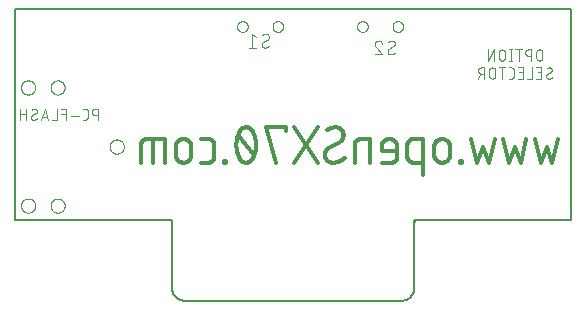
<source format=gbo>
G75*
%MOIN*%
%OFA0B0*%
%FSLAX25Y25*%
%IPPOS*%
%LPD*%
%AMOC8*
5,1,8,0,0,1.08239X$1,22.5*
%
%ADD10C,0.00004*%
%ADD11C,0.00600*%
%ADD12C,0.01200*%
%ADD13C,0.00400*%
%ADD14C,0.00300*%
%ADD15C,0.00000*%
D10*
X0145979Y0053933D02*
X0145891Y0054433D01*
D11*
X0065091Y0054433D02*
X0065091Y0032433D01*
X0065079Y0032301D01*
X0065072Y0032169D01*
X0065068Y0032036D01*
X0065069Y0031904D01*
X0065073Y0031771D01*
X0065081Y0031639D01*
X0065093Y0031507D01*
X0065109Y0031375D01*
X0065129Y0031244D01*
X0065153Y0031114D01*
X0065181Y0030984D01*
X0065212Y0030855D01*
X0065248Y0030727D01*
X0065287Y0030601D01*
X0065330Y0030475D01*
X0065376Y0030351D01*
X0065426Y0030229D01*
X0065480Y0030107D01*
X0065538Y0029988D01*
X0065598Y0029870D01*
X0065663Y0029754D01*
X0065731Y0029640D01*
X0065802Y0029528D01*
X0065876Y0029419D01*
X0065954Y0029311D01*
X0066034Y0029206D01*
X0066118Y0029103D01*
X0066205Y0029003D01*
X0066295Y0028906D01*
X0066387Y0028811D01*
X0066483Y0028719D01*
X0066581Y0028630D01*
X0066682Y0028543D01*
X0066785Y0028460D01*
X0066890Y0028380D01*
X0066998Y0028303D01*
X0067108Y0028229D01*
X0067221Y0028159D01*
X0067335Y0028092D01*
X0067451Y0028028D01*
X0067570Y0027968D01*
X0067689Y0027911D01*
X0067811Y0027858D01*
X0067934Y0027809D01*
X0068058Y0027763D01*
X0068184Y0027721D01*
X0068311Y0027682D01*
X0068439Y0027648D01*
X0068568Y0027617D01*
X0068698Y0027590D01*
X0068828Y0027567D01*
X0068959Y0027548D01*
X0069091Y0027533D01*
X0141891Y0027533D01*
X0142023Y0027548D01*
X0142154Y0027567D01*
X0142284Y0027590D01*
X0142414Y0027617D01*
X0142543Y0027648D01*
X0142671Y0027682D01*
X0142798Y0027721D01*
X0142924Y0027763D01*
X0143048Y0027809D01*
X0143171Y0027858D01*
X0143293Y0027911D01*
X0143412Y0027968D01*
X0143531Y0028028D01*
X0143647Y0028092D01*
X0143761Y0028159D01*
X0143874Y0028229D01*
X0143984Y0028303D01*
X0144092Y0028380D01*
X0144197Y0028460D01*
X0144300Y0028543D01*
X0144401Y0028630D01*
X0144499Y0028719D01*
X0144595Y0028811D01*
X0144687Y0028906D01*
X0144777Y0029003D01*
X0144864Y0029103D01*
X0144948Y0029206D01*
X0145028Y0029311D01*
X0145106Y0029419D01*
X0145180Y0029528D01*
X0145251Y0029640D01*
X0145319Y0029754D01*
X0145384Y0029870D01*
X0145444Y0029988D01*
X0145502Y0030107D01*
X0145556Y0030229D01*
X0145606Y0030351D01*
X0145652Y0030475D01*
X0145695Y0030601D01*
X0145734Y0030727D01*
X0145770Y0030855D01*
X0145801Y0030984D01*
X0145829Y0031114D01*
X0145853Y0031244D01*
X0145873Y0031375D01*
X0145889Y0031507D01*
X0145901Y0031639D01*
X0145909Y0031771D01*
X0145913Y0031904D01*
X0145914Y0032036D01*
X0145910Y0032169D01*
X0145903Y0032301D01*
X0145891Y0032433D01*
X0145891Y0054433D01*
X0198241Y0054433D01*
X0198241Y0124933D01*
X0012741Y0124933D01*
X0012741Y0054433D01*
X0065091Y0054433D01*
D12*
X0062643Y0073533D02*
X0062643Y0081400D01*
X0056743Y0081400D01*
X0058709Y0081400D02*
X0058709Y0073533D01*
X0054776Y0073533D02*
X0054776Y0079433D01*
X0054778Y0079519D01*
X0054783Y0079604D01*
X0054793Y0079690D01*
X0054806Y0079775D01*
X0054823Y0079859D01*
X0054843Y0079942D01*
X0054867Y0080024D01*
X0054895Y0080106D01*
X0054926Y0080186D01*
X0054960Y0080264D01*
X0054998Y0080341D01*
X0055040Y0080417D01*
X0055084Y0080490D01*
X0055132Y0080561D01*
X0055182Y0080630D01*
X0055236Y0080697D01*
X0055293Y0080762D01*
X0055352Y0080824D01*
X0055414Y0080883D01*
X0055479Y0080940D01*
X0055546Y0080994D01*
X0055615Y0081044D01*
X0055686Y0081092D01*
X0055760Y0081136D01*
X0055835Y0081178D01*
X0055912Y0081216D01*
X0055990Y0081250D01*
X0056070Y0081281D01*
X0056152Y0081309D01*
X0056234Y0081333D01*
X0056317Y0081353D01*
X0056401Y0081370D01*
X0056486Y0081383D01*
X0056572Y0081393D01*
X0056657Y0081398D01*
X0056743Y0081400D01*
X0066361Y0078778D02*
X0066361Y0076155D01*
X0066362Y0076155D02*
X0066364Y0076053D01*
X0066370Y0075952D01*
X0066380Y0075851D01*
X0066393Y0075750D01*
X0066411Y0075650D01*
X0066433Y0075550D01*
X0066458Y0075452D01*
X0066487Y0075354D01*
X0066520Y0075258D01*
X0066557Y0075163D01*
X0066597Y0075070D01*
X0066641Y0074978D01*
X0066688Y0074888D01*
X0066739Y0074800D01*
X0066793Y0074714D01*
X0066851Y0074630D01*
X0066912Y0074549D01*
X0066975Y0074470D01*
X0067042Y0074393D01*
X0067112Y0074319D01*
X0067185Y0074248D01*
X0067260Y0074179D01*
X0067338Y0074114D01*
X0067418Y0074052D01*
X0067501Y0073993D01*
X0067586Y0073937D01*
X0067673Y0073884D01*
X0067762Y0073835D01*
X0067853Y0073790D01*
X0067945Y0073747D01*
X0068040Y0073709D01*
X0068135Y0073674D01*
X0068232Y0073643D01*
X0068330Y0073616D01*
X0068429Y0073592D01*
X0068529Y0073573D01*
X0068629Y0073557D01*
X0068730Y0073545D01*
X0068832Y0073537D01*
X0068933Y0073533D01*
X0069035Y0073533D01*
X0069136Y0073537D01*
X0069238Y0073545D01*
X0069339Y0073557D01*
X0069439Y0073573D01*
X0069539Y0073592D01*
X0069638Y0073616D01*
X0069736Y0073643D01*
X0069833Y0073674D01*
X0069928Y0073709D01*
X0070023Y0073747D01*
X0070115Y0073790D01*
X0070206Y0073835D01*
X0070295Y0073884D01*
X0070382Y0073937D01*
X0070467Y0073993D01*
X0070550Y0074052D01*
X0070630Y0074114D01*
X0070708Y0074179D01*
X0070783Y0074248D01*
X0070856Y0074319D01*
X0070926Y0074393D01*
X0070993Y0074470D01*
X0071056Y0074549D01*
X0071117Y0074630D01*
X0071175Y0074714D01*
X0071229Y0074800D01*
X0071280Y0074888D01*
X0071327Y0074978D01*
X0071371Y0075070D01*
X0071411Y0075163D01*
X0071448Y0075258D01*
X0071481Y0075354D01*
X0071510Y0075452D01*
X0071535Y0075550D01*
X0071557Y0075650D01*
X0071575Y0075750D01*
X0071588Y0075851D01*
X0071598Y0075952D01*
X0071604Y0076053D01*
X0071606Y0076155D01*
X0071606Y0078778D01*
X0071604Y0078880D01*
X0071598Y0078981D01*
X0071588Y0079082D01*
X0071575Y0079183D01*
X0071557Y0079283D01*
X0071535Y0079383D01*
X0071510Y0079481D01*
X0071481Y0079579D01*
X0071448Y0079675D01*
X0071411Y0079770D01*
X0071371Y0079863D01*
X0071327Y0079955D01*
X0071280Y0080045D01*
X0071229Y0080133D01*
X0071175Y0080219D01*
X0071117Y0080303D01*
X0071056Y0080384D01*
X0070993Y0080463D01*
X0070926Y0080540D01*
X0070856Y0080614D01*
X0070783Y0080685D01*
X0070708Y0080754D01*
X0070630Y0080819D01*
X0070550Y0080881D01*
X0070467Y0080940D01*
X0070382Y0080996D01*
X0070295Y0081049D01*
X0070206Y0081098D01*
X0070115Y0081143D01*
X0070023Y0081186D01*
X0069928Y0081224D01*
X0069833Y0081259D01*
X0069736Y0081290D01*
X0069638Y0081317D01*
X0069539Y0081341D01*
X0069439Y0081360D01*
X0069339Y0081376D01*
X0069238Y0081388D01*
X0069136Y0081396D01*
X0069035Y0081400D01*
X0068933Y0081400D01*
X0068832Y0081396D01*
X0068730Y0081388D01*
X0068629Y0081376D01*
X0068529Y0081360D01*
X0068429Y0081341D01*
X0068330Y0081317D01*
X0068232Y0081290D01*
X0068135Y0081259D01*
X0068040Y0081224D01*
X0067945Y0081186D01*
X0067853Y0081143D01*
X0067762Y0081098D01*
X0067673Y0081049D01*
X0067586Y0080996D01*
X0067501Y0080940D01*
X0067418Y0080881D01*
X0067338Y0080819D01*
X0067260Y0080754D01*
X0067185Y0080685D01*
X0067112Y0080614D01*
X0067042Y0080540D01*
X0066975Y0080463D01*
X0066912Y0080384D01*
X0066851Y0080303D01*
X0066793Y0080219D01*
X0066739Y0080133D01*
X0066688Y0080045D01*
X0066641Y0079955D01*
X0066597Y0079863D01*
X0066557Y0079770D01*
X0066520Y0079675D01*
X0066487Y0079579D01*
X0066458Y0079481D01*
X0066433Y0079383D01*
X0066411Y0079283D01*
X0066393Y0079183D01*
X0066380Y0079082D01*
X0066370Y0078981D01*
X0066364Y0078880D01*
X0066362Y0078778D01*
X0074639Y0081400D02*
X0077261Y0081400D01*
X0077347Y0081398D01*
X0077432Y0081393D01*
X0077518Y0081383D01*
X0077603Y0081370D01*
X0077687Y0081353D01*
X0077770Y0081333D01*
X0077852Y0081309D01*
X0077934Y0081281D01*
X0078014Y0081250D01*
X0078092Y0081216D01*
X0078169Y0081178D01*
X0078245Y0081136D01*
X0078318Y0081092D01*
X0078389Y0081044D01*
X0078458Y0080994D01*
X0078525Y0080940D01*
X0078590Y0080883D01*
X0078652Y0080824D01*
X0078711Y0080762D01*
X0078768Y0080697D01*
X0078822Y0080630D01*
X0078872Y0080561D01*
X0078920Y0080490D01*
X0078964Y0080417D01*
X0079006Y0080341D01*
X0079044Y0080264D01*
X0079078Y0080186D01*
X0079109Y0080106D01*
X0079137Y0080024D01*
X0079161Y0079942D01*
X0079181Y0079859D01*
X0079198Y0079775D01*
X0079211Y0079690D01*
X0079221Y0079604D01*
X0079226Y0079519D01*
X0079228Y0079433D01*
X0079227Y0079433D02*
X0079227Y0075500D01*
X0079228Y0075500D02*
X0079226Y0075414D01*
X0079221Y0075329D01*
X0079211Y0075243D01*
X0079198Y0075158D01*
X0079181Y0075074D01*
X0079161Y0074991D01*
X0079137Y0074909D01*
X0079109Y0074827D01*
X0079078Y0074747D01*
X0079044Y0074669D01*
X0079006Y0074592D01*
X0078964Y0074517D01*
X0078920Y0074443D01*
X0078872Y0074372D01*
X0078822Y0074303D01*
X0078768Y0074236D01*
X0078711Y0074171D01*
X0078652Y0074109D01*
X0078590Y0074050D01*
X0078525Y0073993D01*
X0078458Y0073939D01*
X0078389Y0073889D01*
X0078318Y0073841D01*
X0078245Y0073797D01*
X0078169Y0073755D01*
X0078092Y0073717D01*
X0078014Y0073683D01*
X0077934Y0073652D01*
X0077852Y0073624D01*
X0077770Y0073600D01*
X0077687Y0073580D01*
X0077603Y0073563D01*
X0077518Y0073550D01*
X0077432Y0073540D01*
X0077347Y0073535D01*
X0077261Y0073533D01*
X0074639Y0073533D01*
X0082576Y0073533D02*
X0083232Y0073533D01*
X0083232Y0074189D01*
X0082576Y0074189D01*
X0082576Y0073533D01*
X0089864Y0073533D02*
X0089961Y0073535D01*
X0090058Y0073541D01*
X0090155Y0073550D01*
X0090251Y0073564D01*
X0090346Y0073581D01*
X0090441Y0073603D01*
X0090535Y0073628D01*
X0090627Y0073656D01*
X0090719Y0073689D01*
X0090809Y0073725D01*
X0090898Y0073764D01*
X0090985Y0073807D01*
X0091070Y0073854D01*
X0091153Y0073904D01*
X0091234Y0073957D01*
X0091313Y0074013D01*
X0091390Y0074073D01*
X0091464Y0074136D01*
X0091536Y0074201D01*
X0091605Y0074269D01*
X0091671Y0074340D01*
X0091734Y0074414D01*
X0091795Y0074490D01*
X0091852Y0074568D01*
X0091906Y0074649D01*
X0091957Y0074732D01*
X0092004Y0074816D01*
X0092048Y0074903D01*
X0092089Y0074991D01*
X0092126Y0075081D01*
X0092159Y0075172D01*
X0092486Y0076155D02*
X0087242Y0082711D01*
X0087569Y0083694D02*
X0087602Y0083785D01*
X0087639Y0083875D01*
X0087680Y0083963D01*
X0087724Y0084050D01*
X0087771Y0084134D01*
X0087822Y0084217D01*
X0087876Y0084298D01*
X0087933Y0084376D01*
X0087994Y0084452D01*
X0088057Y0084526D01*
X0088123Y0084597D01*
X0088192Y0084665D01*
X0088264Y0084730D01*
X0088338Y0084793D01*
X0088415Y0084853D01*
X0088494Y0084909D01*
X0088575Y0084962D01*
X0088658Y0085012D01*
X0088743Y0085059D01*
X0088830Y0085102D01*
X0088919Y0085141D01*
X0089009Y0085177D01*
X0089101Y0085210D01*
X0089193Y0085238D01*
X0089287Y0085263D01*
X0089382Y0085285D01*
X0089477Y0085302D01*
X0089573Y0085316D01*
X0089670Y0085325D01*
X0089767Y0085331D01*
X0089864Y0085333D01*
X0089864Y0085334D02*
X0089961Y0085332D01*
X0090058Y0085326D01*
X0090155Y0085317D01*
X0090251Y0085303D01*
X0090346Y0085286D01*
X0090441Y0085264D01*
X0090535Y0085239D01*
X0090627Y0085211D01*
X0090719Y0085178D01*
X0090809Y0085142D01*
X0090898Y0085103D01*
X0090985Y0085060D01*
X0091070Y0085013D01*
X0091153Y0084963D01*
X0091234Y0084910D01*
X0091313Y0084854D01*
X0091390Y0084794D01*
X0091464Y0084731D01*
X0091536Y0084666D01*
X0091605Y0084598D01*
X0091671Y0084527D01*
X0091734Y0084453D01*
X0091795Y0084377D01*
X0091852Y0084299D01*
X0091906Y0084218D01*
X0091957Y0084135D01*
X0092004Y0084051D01*
X0092048Y0083964D01*
X0092089Y0083876D01*
X0092126Y0083786D01*
X0092159Y0083695D01*
X0096529Y0085333D02*
X0099807Y0073533D01*
X0105817Y0073533D02*
X0113683Y0085333D01*
X0121000Y0080417D02*
X0121087Y0080470D01*
X0121172Y0080527D01*
X0121255Y0080588D01*
X0121336Y0080651D01*
X0121413Y0080717D01*
X0121489Y0080787D01*
X0121561Y0080859D01*
X0121631Y0080934D01*
X0121698Y0081011D01*
X0121762Y0081091D01*
X0121823Y0081174D01*
X0121880Y0081259D01*
X0121934Y0081346D01*
X0121985Y0081434D01*
X0122032Y0081525D01*
X0122076Y0081618D01*
X0122117Y0081712D01*
X0122153Y0081808D01*
X0122186Y0081905D01*
X0122215Y0082003D01*
X0122240Y0082102D01*
X0122262Y0082202D01*
X0122280Y0082303D01*
X0122293Y0082404D01*
X0122303Y0082506D01*
X0122309Y0082609D01*
X0122311Y0082711D01*
X0122309Y0082811D01*
X0122303Y0082912D01*
X0122294Y0083012D01*
X0122280Y0083111D01*
X0122263Y0083210D01*
X0122242Y0083308D01*
X0122217Y0083406D01*
X0122189Y0083502D01*
X0122157Y0083597D01*
X0122121Y0083691D01*
X0122082Y0083784D01*
X0122039Y0083874D01*
X0121992Y0083964D01*
X0121943Y0084051D01*
X0121890Y0084136D01*
X0121834Y0084219D01*
X0121774Y0084301D01*
X0121712Y0084379D01*
X0121646Y0084455D01*
X0121578Y0084529D01*
X0121507Y0084600D01*
X0121433Y0084668D01*
X0121357Y0084734D01*
X0121279Y0084796D01*
X0121197Y0084856D01*
X0121114Y0084912D01*
X0121029Y0084965D01*
X0120942Y0085014D01*
X0120852Y0085061D01*
X0120762Y0085104D01*
X0120669Y0085143D01*
X0120575Y0085179D01*
X0120480Y0085211D01*
X0120384Y0085239D01*
X0120286Y0085264D01*
X0120188Y0085285D01*
X0120089Y0085302D01*
X0119990Y0085316D01*
X0119890Y0085325D01*
X0119789Y0085331D01*
X0119689Y0085333D01*
X0119551Y0085331D01*
X0119414Y0085325D01*
X0119277Y0085316D01*
X0119140Y0085302D01*
X0119003Y0085285D01*
X0118867Y0085264D01*
X0118732Y0085239D01*
X0118598Y0085210D01*
X0118464Y0085178D01*
X0118331Y0085142D01*
X0118200Y0085102D01*
X0118069Y0085058D01*
X0117940Y0085011D01*
X0117812Y0084961D01*
X0117685Y0084906D01*
X0117561Y0084848D01*
X0117437Y0084787D01*
X0117316Y0084723D01*
X0117197Y0084654D01*
X0117079Y0084583D01*
X0116963Y0084508D01*
X0116850Y0084431D01*
X0116739Y0084350D01*
X0121001Y0080416D02*
X0117395Y0078450D01*
X0118706Y0073534D02*
X0118852Y0073536D01*
X0118997Y0073542D01*
X0119143Y0073551D01*
X0119288Y0073565D01*
X0119433Y0073582D01*
X0119577Y0073603D01*
X0119721Y0073628D01*
X0119864Y0073656D01*
X0120006Y0073689D01*
X0120147Y0073725D01*
X0120287Y0073765D01*
X0120426Y0073808D01*
X0120564Y0073855D01*
X0120701Y0073906D01*
X0120836Y0073960D01*
X0120970Y0074018D01*
X0121102Y0074079D01*
X0121233Y0074144D01*
X0121362Y0074212D01*
X0121489Y0074284D01*
X0121614Y0074359D01*
X0121737Y0074437D01*
X0121858Y0074518D01*
X0121977Y0074603D01*
X0122093Y0074690D01*
X0122207Y0074781D01*
X0122319Y0074875D01*
X0122428Y0074971D01*
X0122535Y0075071D01*
X0122639Y0075173D01*
X0126020Y0073533D02*
X0126020Y0079433D01*
X0126019Y0079433D02*
X0126021Y0079521D01*
X0126027Y0079609D01*
X0126037Y0079697D01*
X0126051Y0079784D01*
X0126068Y0079871D01*
X0126090Y0079956D01*
X0126115Y0080041D01*
X0126144Y0080124D01*
X0126177Y0080206D01*
X0126214Y0080286D01*
X0126254Y0080365D01*
X0126297Y0080442D01*
X0126344Y0080517D01*
X0126395Y0080589D01*
X0126448Y0080659D01*
X0126505Y0080727D01*
X0126564Y0080792D01*
X0126627Y0080855D01*
X0126692Y0080914D01*
X0126760Y0080971D01*
X0126830Y0081024D01*
X0126902Y0081075D01*
X0126977Y0081122D01*
X0127054Y0081165D01*
X0127133Y0081205D01*
X0127213Y0081242D01*
X0127295Y0081275D01*
X0127378Y0081304D01*
X0127463Y0081329D01*
X0127548Y0081351D01*
X0127635Y0081368D01*
X0127722Y0081382D01*
X0127810Y0081392D01*
X0127898Y0081398D01*
X0127986Y0081400D01*
X0131264Y0081400D01*
X0131264Y0073533D01*
X0134968Y0073533D02*
X0138246Y0073533D01*
X0138332Y0073535D01*
X0138417Y0073540D01*
X0138503Y0073550D01*
X0138588Y0073563D01*
X0138672Y0073580D01*
X0138755Y0073600D01*
X0138837Y0073624D01*
X0138919Y0073652D01*
X0138999Y0073683D01*
X0139077Y0073717D01*
X0139154Y0073755D01*
X0139230Y0073797D01*
X0139303Y0073841D01*
X0139374Y0073889D01*
X0139443Y0073939D01*
X0139510Y0073993D01*
X0139575Y0074050D01*
X0139637Y0074109D01*
X0139696Y0074171D01*
X0139753Y0074236D01*
X0139807Y0074303D01*
X0139857Y0074372D01*
X0139905Y0074443D01*
X0139949Y0074517D01*
X0139991Y0074592D01*
X0140029Y0074669D01*
X0140063Y0074747D01*
X0140094Y0074827D01*
X0140122Y0074909D01*
X0140146Y0074991D01*
X0140166Y0075074D01*
X0140183Y0075158D01*
X0140196Y0075243D01*
X0140206Y0075329D01*
X0140211Y0075414D01*
X0140213Y0075500D01*
X0140213Y0078778D01*
X0140213Y0077466D02*
X0134968Y0077466D01*
X0134968Y0078778D01*
X0134969Y0078778D02*
X0134971Y0078880D01*
X0134977Y0078981D01*
X0134987Y0079082D01*
X0135000Y0079183D01*
X0135018Y0079283D01*
X0135040Y0079383D01*
X0135065Y0079481D01*
X0135094Y0079579D01*
X0135127Y0079675D01*
X0135164Y0079770D01*
X0135204Y0079863D01*
X0135248Y0079955D01*
X0135295Y0080045D01*
X0135346Y0080133D01*
X0135400Y0080219D01*
X0135458Y0080303D01*
X0135519Y0080384D01*
X0135582Y0080463D01*
X0135649Y0080540D01*
X0135719Y0080614D01*
X0135792Y0080685D01*
X0135867Y0080754D01*
X0135945Y0080819D01*
X0136025Y0080881D01*
X0136108Y0080940D01*
X0136193Y0080996D01*
X0136280Y0081049D01*
X0136369Y0081098D01*
X0136460Y0081143D01*
X0136552Y0081186D01*
X0136647Y0081224D01*
X0136742Y0081259D01*
X0136839Y0081290D01*
X0136937Y0081317D01*
X0137036Y0081341D01*
X0137136Y0081360D01*
X0137236Y0081376D01*
X0137337Y0081388D01*
X0137439Y0081396D01*
X0137540Y0081400D01*
X0137642Y0081400D01*
X0137743Y0081396D01*
X0137845Y0081388D01*
X0137946Y0081376D01*
X0138046Y0081360D01*
X0138146Y0081341D01*
X0138245Y0081317D01*
X0138343Y0081290D01*
X0138440Y0081259D01*
X0138535Y0081224D01*
X0138630Y0081186D01*
X0138722Y0081143D01*
X0138813Y0081098D01*
X0138902Y0081049D01*
X0138989Y0080996D01*
X0139074Y0080940D01*
X0139157Y0080881D01*
X0139237Y0080819D01*
X0139315Y0080754D01*
X0139390Y0080685D01*
X0139463Y0080614D01*
X0139533Y0080540D01*
X0139600Y0080463D01*
X0139663Y0080384D01*
X0139724Y0080303D01*
X0139782Y0080219D01*
X0139836Y0080133D01*
X0139887Y0080045D01*
X0139934Y0079955D01*
X0139978Y0079863D01*
X0140018Y0079770D01*
X0140055Y0079675D01*
X0140088Y0079579D01*
X0140117Y0079481D01*
X0140142Y0079383D01*
X0140164Y0079283D01*
X0140182Y0079183D01*
X0140195Y0079082D01*
X0140205Y0078981D01*
X0140211Y0078880D01*
X0140213Y0078778D01*
X0143582Y0079433D02*
X0143582Y0075500D01*
X0143581Y0075500D02*
X0143583Y0075414D01*
X0143588Y0075329D01*
X0143598Y0075243D01*
X0143611Y0075158D01*
X0143628Y0075074D01*
X0143648Y0074991D01*
X0143672Y0074909D01*
X0143700Y0074827D01*
X0143731Y0074747D01*
X0143765Y0074669D01*
X0143803Y0074592D01*
X0143845Y0074516D01*
X0143889Y0074443D01*
X0143937Y0074372D01*
X0143987Y0074303D01*
X0144041Y0074236D01*
X0144098Y0074171D01*
X0144157Y0074109D01*
X0144219Y0074050D01*
X0144284Y0073993D01*
X0144351Y0073939D01*
X0144420Y0073889D01*
X0144491Y0073841D01*
X0144565Y0073797D01*
X0144640Y0073755D01*
X0144717Y0073717D01*
X0144795Y0073683D01*
X0144875Y0073652D01*
X0144957Y0073624D01*
X0145039Y0073600D01*
X0145122Y0073580D01*
X0145206Y0073563D01*
X0145291Y0073550D01*
X0145377Y0073540D01*
X0145462Y0073535D01*
X0145548Y0073533D01*
X0148826Y0073533D01*
X0152534Y0076155D02*
X0152534Y0078778D01*
X0152535Y0078778D02*
X0152537Y0078880D01*
X0152543Y0078981D01*
X0152553Y0079082D01*
X0152566Y0079183D01*
X0152584Y0079283D01*
X0152606Y0079383D01*
X0152631Y0079481D01*
X0152660Y0079579D01*
X0152693Y0079675D01*
X0152730Y0079770D01*
X0152770Y0079863D01*
X0152814Y0079955D01*
X0152861Y0080045D01*
X0152912Y0080133D01*
X0152966Y0080219D01*
X0153024Y0080303D01*
X0153085Y0080384D01*
X0153148Y0080463D01*
X0153215Y0080540D01*
X0153285Y0080614D01*
X0153358Y0080685D01*
X0153433Y0080754D01*
X0153511Y0080819D01*
X0153591Y0080881D01*
X0153674Y0080940D01*
X0153759Y0080996D01*
X0153846Y0081049D01*
X0153935Y0081098D01*
X0154026Y0081143D01*
X0154118Y0081186D01*
X0154213Y0081224D01*
X0154308Y0081259D01*
X0154405Y0081290D01*
X0154503Y0081317D01*
X0154602Y0081341D01*
X0154702Y0081360D01*
X0154802Y0081376D01*
X0154903Y0081388D01*
X0155005Y0081396D01*
X0155106Y0081400D01*
X0155208Y0081400D01*
X0155309Y0081396D01*
X0155411Y0081388D01*
X0155512Y0081376D01*
X0155612Y0081360D01*
X0155712Y0081341D01*
X0155811Y0081317D01*
X0155909Y0081290D01*
X0156006Y0081259D01*
X0156101Y0081224D01*
X0156196Y0081186D01*
X0156288Y0081143D01*
X0156379Y0081098D01*
X0156468Y0081049D01*
X0156555Y0080996D01*
X0156640Y0080940D01*
X0156723Y0080881D01*
X0156803Y0080819D01*
X0156881Y0080754D01*
X0156956Y0080685D01*
X0157029Y0080614D01*
X0157099Y0080540D01*
X0157166Y0080463D01*
X0157229Y0080384D01*
X0157290Y0080303D01*
X0157348Y0080219D01*
X0157402Y0080133D01*
X0157453Y0080045D01*
X0157500Y0079955D01*
X0157544Y0079863D01*
X0157584Y0079770D01*
X0157621Y0079675D01*
X0157654Y0079579D01*
X0157683Y0079481D01*
X0157708Y0079383D01*
X0157730Y0079283D01*
X0157748Y0079183D01*
X0157761Y0079082D01*
X0157771Y0078981D01*
X0157777Y0078880D01*
X0157779Y0078778D01*
X0157779Y0076155D01*
X0157777Y0076053D01*
X0157771Y0075952D01*
X0157761Y0075851D01*
X0157748Y0075750D01*
X0157730Y0075650D01*
X0157708Y0075550D01*
X0157683Y0075452D01*
X0157654Y0075354D01*
X0157621Y0075258D01*
X0157584Y0075163D01*
X0157544Y0075070D01*
X0157500Y0074978D01*
X0157453Y0074888D01*
X0157402Y0074800D01*
X0157348Y0074714D01*
X0157290Y0074630D01*
X0157229Y0074549D01*
X0157166Y0074470D01*
X0157099Y0074393D01*
X0157029Y0074319D01*
X0156956Y0074248D01*
X0156881Y0074179D01*
X0156803Y0074114D01*
X0156723Y0074052D01*
X0156640Y0073993D01*
X0156555Y0073937D01*
X0156468Y0073884D01*
X0156379Y0073835D01*
X0156288Y0073790D01*
X0156196Y0073747D01*
X0156101Y0073709D01*
X0156006Y0073674D01*
X0155909Y0073643D01*
X0155811Y0073616D01*
X0155712Y0073592D01*
X0155612Y0073573D01*
X0155512Y0073557D01*
X0155411Y0073545D01*
X0155309Y0073537D01*
X0155208Y0073533D01*
X0155106Y0073533D01*
X0155005Y0073537D01*
X0154903Y0073545D01*
X0154802Y0073557D01*
X0154702Y0073573D01*
X0154602Y0073592D01*
X0154503Y0073616D01*
X0154405Y0073643D01*
X0154308Y0073674D01*
X0154213Y0073709D01*
X0154118Y0073747D01*
X0154026Y0073790D01*
X0153935Y0073835D01*
X0153846Y0073884D01*
X0153759Y0073937D01*
X0153674Y0073993D01*
X0153591Y0074052D01*
X0153511Y0074114D01*
X0153433Y0074179D01*
X0153358Y0074248D01*
X0153285Y0074319D01*
X0153215Y0074393D01*
X0153148Y0074470D01*
X0153085Y0074549D01*
X0153024Y0074630D01*
X0152966Y0074714D01*
X0152912Y0074800D01*
X0152861Y0074888D01*
X0152814Y0074978D01*
X0152770Y0075070D01*
X0152730Y0075163D01*
X0152693Y0075258D01*
X0152660Y0075354D01*
X0152631Y0075452D01*
X0152606Y0075550D01*
X0152584Y0075650D01*
X0152566Y0075750D01*
X0152553Y0075851D01*
X0152543Y0075952D01*
X0152537Y0076053D01*
X0152535Y0076155D01*
X0145548Y0081400D02*
X0145460Y0081398D01*
X0145372Y0081392D01*
X0145284Y0081382D01*
X0145197Y0081368D01*
X0145110Y0081351D01*
X0145025Y0081329D01*
X0144940Y0081304D01*
X0144857Y0081275D01*
X0144775Y0081242D01*
X0144695Y0081205D01*
X0144616Y0081165D01*
X0144539Y0081122D01*
X0144464Y0081075D01*
X0144392Y0081024D01*
X0144322Y0080971D01*
X0144254Y0080914D01*
X0144189Y0080855D01*
X0144126Y0080792D01*
X0144067Y0080727D01*
X0144010Y0080659D01*
X0143957Y0080589D01*
X0143906Y0080517D01*
X0143859Y0080442D01*
X0143816Y0080365D01*
X0143776Y0080286D01*
X0143739Y0080206D01*
X0143706Y0080124D01*
X0143677Y0080041D01*
X0143652Y0079956D01*
X0143630Y0079871D01*
X0143613Y0079784D01*
X0143599Y0079697D01*
X0143589Y0079609D01*
X0143583Y0079521D01*
X0143581Y0079433D01*
X0145548Y0081400D02*
X0148826Y0081400D01*
X0148826Y0069600D01*
X0161126Y0073533D02*
X0161782Y0073533D01*
X0161782Y0074189D01*
X0161126Y0074189D01*
X0161126Y0073533D01*
X0166779Y0073533D02*
X0164812Y0081400D01*
X0168745Y0078778D02*
X0166779Y0073533D01*
X0170712Y0073533D02*
X0168745Y0078778D01*
X0172679Y0081400D02*
X0170712Y0073533D01*
X0177385Y0073533D02*
X0175418Y0081400D01*
X0179351Y0078778D02*
X0177385Y0073533D01*
X0181318Y0073533D02*
X0179351Y0078778D01*
X0183285Y0081400D02*
X0181318Y0073533D01*
X0187991Y0073533D02*
X0186024Y0081400D01*
X0189957Y0078778D02*
X0187991Y0073533D01*
X0191924Y0073533D02*
X0189957Y0078778D01*
X0193891Y0081400D02*
X0191924Y0073533D01*
X0117395Y0078449D02*
X0117308Y0078396D01*
X0117223Y0078339D01*
X0117140Y0078278D01*
X0117059Y0078215D01*
X0116982Y0078149D01*
X0116906Y0078079D01*
X0116834Y0078007D01*
X0116764Y0077932D01*
X0116697Y0077855D01*
X0116633Y0077775D01*
X0116572Y0077692D01*
X0116515Y0077607D01*
X0116461Y0077520D01*
X0116410Y0077432D01*
X0116363Y0077341D01*
X0116319Y0077248D01*
X0116278Y0077154D01*
X0116242Y0077058D01*
X0116209Y0076961D01*
X0116180Y0076863D01*
X0116155Y0076764D01*
X0116133Y0076664D01*
X0116115Y0076563D01*
X0116102Y0076462D01*
X0116092Y0076360D01*
X0116086Y0076257D01*
X0116084Y0076155D01*
X0116086Y0076055D01*
X0116092Y0075954D01*
X0116101Y0075854D01*
X0116115Y0075755D01*
X0116132Y0075656D01*
X0116153Y0075558D01*
X0116178Y0075460D01*
X0116206Y0075364D01*
X0116238Y0075269D01*
X0116274Y0075175D01*
X0116313Y0075082D01*
X0116356Y0074992D01*
X0116403Y0074902D01*
X0116452Y0074815D01*
X0116505Y0074730D01*
X0116561Y0074647D01*
X0116621Y0074565D01*
X0116683Y0074487D01*
X0116749Y0074411D01*
X0116817Y0074337D01*
X0116888Y0074266D01*
X0116962Y0074198D01*
X0117038Y0074132D01*
X0117116Y0074070D01*
X0117198Y0074010D01*
X0117281Y0073954D01*
X0117366Y0073901D01*
X0117453Y0073852D01*
X0117543Y0073805D01*
X0117633Y0073762D01*
X0117726Y0073723D01*
X0117820Y0073687D01*
X0117915Y0073655D01*
X0118011Y0073627D01*
X0118109Y0073602D01*
X0118207Y0073581D01*
X0118306Y0073564D01*
X0118405Y0073550D01*
X0118505Y0073541D01*
X0118606Y0073535D01*
X0118706Y0073533D01*
X0113683Y0073533D02*
X0105817Y0085333D01*
X0103085Y0085333D02*
X0103085Y0084022D01*
X0103085Y0085333D02*
X0096529Y0085333D01*
X0086586Y0079433D02*
X0086589Y0079201D01*
X0086597Y0078969D01*
X0086611Y0078737D01*
X0086630Y0078506D01*
X0086655Y0078275D01*
X0086686Y0078045D01*
X0086721Y0077816D01*
X0086763Y0077587D01*
X0086810Y0077360D01*
X0086862Y0077134D01*
X0086919Y0076909D01*
X0086982Y0076685D01*
X0087051Y0076463D01*
X0087124Y0076243D01*
X0087203Y0076025D01*
X0087287Y0075808D01*
X0087376Y0075594D01*
X0087470Y0075382D01*
X0087569Y0075172D01*
X0087602Y0075081D01*
X0087639Y0074991D01*
X0087680Y0074903D01*
X0087724Y0074816D01*
X0087771Y0074732D01*
X0087822Y0074649D01*
X0087876Y0074568D01*
X0087933Y0074490D01*
X0087994Y0074414D01*
X0088057Y0074340D01*
X0088123Y0074269D01*
X0088192Y0074201D01*
X0088264Y0074136D01*
X0088338Y0074073D01*
X0088415Y0074013D01*
X0088494Y0073957D01*
X0088575Y0073904D01*
X0088658Y0073854D01*
X0088743Y0073807D01*
X0088830Y0073764D01*
X0088919Y0073725D01*
X0089009Y0073689D01*
X0089101Y0073656D01*
X0089193Y0073628D01*
X0089287Y0073603D01*
X0089382Y0073581D01*
X0089477Y0073564D01*
X0089573Y0073550D01*
X0089670Y0073541D01*
X0089767Y0073535D01*
X0089864Y0073533D01*
X0093142Y0079433D02*
X0093139Y0079665D01*
X0093131Y0079897D01*
X0093117Y0080129D01*
X0093098Y0080360D01*
X0093073Y0080591D01*
X0093042Y0080821D01*
X0093007Y0081050D01*
X0092965Y0081279D01*
X0092918Y0081506D01*
X0092866Y0081732D01*
X0092809Y0081957D01*
X0092746Y0082181D01*
X0092677Y0082403D01*
X0092604Y0082623D01*
X0092525Y0082841D01*
X0092441Y0083058D01*
X0092352Y0083272D01*
X0092258Y0083484D01*
X0092159Y0083694D01*
X0087569Y0083694D02*
X0087470Y0083484D01*
X0087376Y0083272D01*
X0087287Y0083058D01*
X0087203Y0082841D01*
X0087124Y0082623D01*
X0087051Y0082403D01*
X0086982Y0082181D01*
X0086919Y0081957D01*
X0086862Y0081732D01*
X0086810Y0081506D01*
X0086763Y0081279D01*
X0086721Y0081050D01*
X0086686Y0080821D01*
X0086655Y0080591D01*
X0086630Y0080360D01*
X0086611Y0080129D01*
X0086597Y0079897D01*
X0086589Y0079665D01*
X0086586Y0079433D01*
X0093142Y0079433D02*
X0093139Y0079201D01*
X0093131Y0078969D01*
X0093117Y0078737D01*
X0093098Y0078506D01*
X0093073Y0078275D01*
X0093042Y0078045D01*
X0093007Y0077816D01*
X0092965Y0077587D01*
X0092918Y0077360D01*
X0092866Y0077134D01*
X0092809Y0076909D01*
X0092746Y0076685D01*
X0092677Y0076463D01*
X0092604Y0076243D01*
X0092525Y0076025D01*
X0092441Y0075808D01*
X0092352Y0075594D01*
X0092258Y0075382D01*
X0092159Y0075172D01*
D13*
X0132635Y0109633D02*
X0135191Y0109633D01*
X0133018Y0112189D01*
X0133785Y0114233D02*
X0133859Y0114231D01*
X0133933Y0114226D01*
X0134007Y0114216D01*
X0134080Y0114203D01*
X0134153Y0114187D01*
X0134224Y0114166D01*
X0134294Y0114142D01*
X0134363Y0114115D01*
X0134431Y0114084D01*
X0134497Y0114050D01*
X0134561Y0114013D01*
X0134623Y0113972D01*
X0134684Y0113928D01*
X0134741Y0113882D01*
X0134797Y0113832D01*
X0134850Y0113780D01*
X0134900Y0113725D01*
X0134947Y0113668D01*
X0134991Y0113608D01*
X0135033Y0113546D01*
X0135071Y0113483D01*
X0135106Y0113417D01*
X0135137Y0113350D01*
X0135165Y0113281D01*
X0135190Y0113211D01*
X0133018Y0112189D02*
X0132971Y0112236D01*
X0132927Y0112286D01*
X0132885Y0112338D01*
X0132846Y0112392D01*
X0132811Y0112448D01*
X0132778Y0112506D01*
X0132748Y0112566D01*
X0132722Y0112627D01*
X0132699Y0112690D01*
X0132680Y0112754D01*
X0132664Y0112818D01*
X0132651Y0112884D01*
X0132642Y0112950D01*
X0132637Y0113016D01*
X0132635Y0113083D01*
X0132637Y0113150D01*
X0132643Y0113217D01*
X0132652Y0113283D01*
X0132666Y0113348D01*
X0132683Y0113413D01*
X0132704Y0113476D01*
X0132729Y0113538D01*
X0132757Y0113599D01*
X0132789Y0113658D01*
X0132824Y0113715D01*
X0132863Y0113770D01*
X0132904Y0113822D01*
X0132949Y0113872D01*
X0132996Y0113919D01*
X0133046Y0113964D01*
X0133098Y0114005D01*
X0133153Y0114044D01*
X0133210Y0114079D01*
X0133269Y0114111D01*
X0133330Y0114139D01*
X0133392Y0114164D01*
X0133455Y0114185D01*
X0133520Y0114202D01*
X0133585Y0114216D01*
X0133651Y0114225D01*
X0133718Y0114231D01*
X0133785Y0114233D01*
X0137496Y0111550D02*
X0138902Y0112316D01*
X0138391Y0114233D02*
X0138309Y0114231D01*
X0138227Y0114226D01*
X0138145Y0114217D01*
X0138064Y0114205D01*
X0137983Y0114189D01*
X0137903Y0114170D01*
X0137824Y0114147D01*
X0137746Y0114121D01*
X0137669Y0114092D01*
X0137594Y0114059D01*
X0137520Y0114023D01*
X0137447Y0113985D01*
X0137376Y0113943D01*
X0137308Y0113898D01*
X0137241Y0113850D01*
X0138902Y0112317D02*
X0138956Y0112351D01*
X0139007Y0112388D01*
X0139056Y0112428D01*
X0139103Y0112471D01*
X0139146Y0112517D01*
X0139187Y0112565D01*
X0139225Y0112616D01*
X0139260Y0112669D01*
X0139292Y0112724D01*
X0139320Y0112781D01*
X0139344Y0112839D01*
X0139365Y0112899D01*
X0139382Y0112960D01*
X0139396Y0113022D01*
X0139405Y0113085D01*
X0139411Y0113148D01*
X0139413Y0113211D01*
X0139411Y0113273D01*
X0139406Y0113334D01*
X0139396Y0113395D01*
X0139383Y0113456D01*
X0139367Y0113515D01*
X0139347Y0113573D01*
X0139323Y0113630D01*
X0139296Y0113686D01*
X0139266Y0113740D01*
X0139232Y0113792D01*
X0139196Y0113841D01*
X0139156Y0113889D01*
X0139114Y0113934D01*
X0139069Y0113976D01*
X0139021Y0114016D01*
X0138972Y0114052D01*
X0138920Y0114086D01*
X0138866Y0114116D01*
X0138810Y0114143D01*
X0138753Y0114167D01*
X0138695Y0114187D01*
X0138636Y0114203D01*
X0138575Y0114216D01*
X0138514Y0114226D01*
X0138453Y0114231D01*
X0138391Y0114233D01*
X0139540Y0110273D02*
X0139476Y0110210D01*
X0139409Y0110151D01*
X0139339Y0110094D01*
X0139267Y0110040D01*
X0139193Y0109989D01*
X0139117Y0109941D01*
X0139040Y0109897D01*
X0138960Y0109856D01*
X0138879Y0109818D01*
X0138796Y0109783D01*
X0138712Y0109752D01*
X0138626Y0109725D01*
X0138540Y0109701D01*
X0138452Y0109680D01*
X0138364Y0109664D01*
X0138275Y0109651D01*
X0138186Y0109641D01*
X0138097Y0109636D01*
X0138007Y0109634D01*
X0138007Y0109633D02*
X0137945Y0109635D01*
X0137884Y0109640D01*
X0137823Y0109650D01*
X0137762Y0109663D01*
X0137703Y0109679D01*
X0137645Y0109699D01*
X0137588Y0109723D01*
X0137532Y0109750D01*
X0137478Y0109780D01*
X0137426Y0109814D01*
X0137377Y0109850D01*
X0137329Y0109890D01*
X0137284Y0109932D01*
X0137242Y0109977D01*
X0137202Y0110025D01*
X0137166Y0110074D01*
X0137132Y0110126D01*
X0137102Y0110180D01*
X0137075Y0110236D01*
X0137051Y0110293D01*
X0137031Y0110351D01*
X0137015Y0110410D01*
X0137002Y0110471D01*
X0136992Y0110532D01*
X0136987Y0110593D01*
X0136985Y0110655D01*
X0136987Y0110718D01*
X0136993Y0110781D01*
X0137002Y0110844D01*
X0137016Y0110906D01*
X0137033Y0110967D01*
X0137054Y0111027D01*
X0137078Y0111085D01*
X0137106Y0111142D01*
X0137138Y0111197D01*
X0137173Y0111250D01*
X0137211Y0111301D01*
X0137252Y0111349D01*
X0137295Y0111395D01*
X0137342Y0111438D01*
X0137391Y0111478D01*
X0137442Y0111515D01*
X0137496Y0111549D01*
X0096902Y0114566D02*
X0095496Y0113800D01*
X0096007Y0111884D02*
X0096097Y0111886D01*
X0096186Y0111891D01*
X0096275Y0111901D01*
X0096364Y0111914D01*
X0096452Y0111930D01*
X0096540Y0111951D01*
X0096626Y0111975D01*
X0096712Y0112002D01*
X0096796Y0112033D01*
X0096879Y0112068D01*
X0096960Y0112106D01*
X0097040Y0112147D01*
X0097117Y0112191D01*
X0097193Y0112239D01*
X0097267Y0112290D01*
X0097339Y0112344D01*
X0097409Y0112401D01*
X0097476Y0112460D01*
X0097540Y0112523D01*
X0095496Y0113799D02*
X0095442Y0113765D01*
X0095391Y0113728D01*
X0095342Y0113688D01*
X0095295Y0113645D01*
X0095252Y0113599D01*
X0095211Y0113551D01*
X0095173Y0113500D01*
X0095138Y0113447D01*
X0095106Y0113392D01*
X0095078Y0113335D01*
X0095054Y0113277D01*
X0095033Y0113217D01*
X0095016Y0113156D01*
X0095002Y0113094D01*
X0094993Y0113031D01*
X0094987Y0112968D01*
X0094985Y0112905D01*
X0094987Y0112843D01*
X0094992Y0112782D01*
X0095002Y0112721D01*
X0095015Y0112660D01*
X0095031Y0112601D01*
X0095051Y0112543D01*
X0095075Y0112486D01*
X0095102Y0112430D01*
X0095132Y0112376D01*
X0095166Y0112324D01*
X0095202Y0112275D01*
X0095242Y0112227D01*
X0095284Y0112182D01*
X0095329Y0112140D01*
X0095377Y0112100D01*
X0095426Y0112064D01*
X0095478Y0112030D01*
X0095532Y0112000D01*
X0095588Y0111973D01*
X0095645Y0111949D01*
X0095703Y0111929D01*
X0095762Y0111913D01*
X0095823Y0111900D01*
X0095884Y0111890D01*
X0095945Y0111885D01*
X0096007Y0111883D01*
X0093191Y0111883D02*
X0090635Y0111883D01*
X0091913Y0111883D02*
X0091913Y0116483D01*
X0093191Y0115461D01*
X0096902Y0114567D02*
X0096956Y0114601D01*
X0097007Y0114638D01*
X0097056Y0114678D01*
X0097103Y0114721D01*
X0097146Y0114767D01*
X0097187Y0114815D01*
X0097225Y0114866D01*
X0097260Y0114919D01*
X0097292Y0114974D01*
X0097320Y0115031D01*
X0097344Y0115089D01*
X0097365Y0115149D01*
X0097382Y0115210D01*
X0097396Y0115272D01*
X0097405Y0115335D01*
X0097411Y0115398D01*
X0097413Y0115461D01*
X0097411Y0115523D01*
X0097406Y0115584D01*
X0097396Y0115645D01*
X0097383Y0115706D01*
X0097367Y0115765D01*
X0097347Y0115823D01*
X0097323Y0115880D01*
X0097296Y0115936D01*
X0097266Y0115990D01*
X0097232Y0116042D01*
X0097196Y0116091D01*
X0097156Y0116139D01*
X0097114Y0116184D01*
X0097069Y0116226D01*
X0097021Y0116266D01*
X0096972Y0116302D01*
X0096920Y0116336D01*
X0096866Y0116366D01*
X0096810Y0116393D01*
X0096753Y0116417D01*
X0096695Y0116437D01*
X0096636Y0116453D01*
X0096575Y0116466D01*
X0096514Y0116476D01*
X0096453Y0116481D01*
X0096391Y0116483D01*
X0096309Y0116481D01*
X0096227Y0116476D01*
X0096145Y0116467D01*
X0096064Y0116455D01*
X0095983Y0116439D01*
X0095903Y0116420D01*
X0095824Y0116397D01*
X0095746Y0116371D01*
X0095669Y0116342D01*
X0095594Y0116309D01*
X0095520Y0116273D01*
X0095447Y0116235D01*
X0095376Y0116193D01*
X0095308Y0116148D01*
X0095241Y0116100D01*
D14*
X0040432Y0091533D02*
X0040432Y0087833D01*
X0040432Y0089478D02*
X0039405Y0089478D01*
X0039405Y0089477D02*
X0039342Y0089479D01*
X0039279Y0089485D01*
X0039216Y0089495D01*
X0039154Y0089508D01*
X0039093Y0089525D01*
X0039034Y0089546D01*
X0038975Y0089571D01*
X0038919Y0089599D01*
X0038864Y0089631D01*
X0038811Y0089666D01*
X0038761Y0089704D01*
X0038712Y0089745D01*
X0038667Y0089789D01*
X0038624Y0089836D01*
X0038585Y0089885D01*
X0038548Y0089937D01*
X0038515Y0089991D01*
X0038485Y0090047D01*
X0038458Y0090104D01*
X0038435Y0090163D01*
X0038416Y0090224D01*
X0038401Y0090285D01*
X0038389Y0090347D01*
X0038381Y0090410D01*
X0038377Y0090473D01*
X0038377Y0090537D01*
X0038381Y0090600D01*
X0038389Y0090663D01*
X0038401Y0090725D01*
X0038416Y0090786D01*
X0038435Y0090847D01*
X0038458Y0090906D01*
X0038485Y0090963D01*
X0038515Y0091019D01*
X0038548Y0091073D01*
X0038585Y0091125D01*
X0038624Y0091174D01*
X0038667Y0091221D01*
X0038712Y0091265D01*
X0038761Y0091306D01*
X0038811Y0091344D01*
X0038864Y0091379D01*
X0038919Y0091411D01*
X0038975Y0091439D01*
X0039034Y0091464D01*
X0039093Y0091485D01*
X0039154Y0091502D01*
X0039216Y0091515D01*
X0039279Y0091525D01*
X0039342Y0091531D01*
X0039405Y0091533D01*
X0040432Y0091533D01*
X0037014Y0090711D02*
X0037014Y0088655D01*
X0037012Y0088599D01*
X0037006Y0088543D01*
X0036997Y0088488D01*
X0036984Y0088433D01*
X0036967Y0088380D01*
X0036946Y0088328D01*
X0036922Y0088277D01*
X0036894Y0088228D01*
X0036864Y0088181D01*
X0036830Y0088136D01*
X0036793Y0088094D01*
X0036753Y0088054D01*
X0036711Y0088017D01*
X0036666Y0087983D01*
X0036619Y0087953D01*
X0036570Y0087925D01*
X0036519Y0087901D01*
X0036467Y0087880D01*
X0036414Y0087863D01*
X0036359Y0087850D01*
X0036304Y0087841D01*
X0036248Y0087835D01*
X0036192Y0087833D01*
X0035370Y0087833D01*
X0033970Y0089272D02*
X0031503Y0089272D01*
X0029797Y0089889D02*
X0028153Y0089889D01*
X0028153Y0091533D02*
X0029797Y0091533D01*
X0029797Y0087833D01*
X0026677Y0087833D02*
X0025033Y0087833D01*
X0023890Y0087833D02*
X0022656Y0091533D01*
X0021423Y0087833D01*
X0021731Y0088758D02*
X0023581Y0088758D01*
X0026677Y0087833D02*
X0026677Y0091533D01*
X0019690Y0089991D02*
X0018560Y0089375D01*
X0018971Y0087833D02*
X0019052Y0087835D01*
X0019132Y0087840D01*
X0019212Y0087850D01*
X0019292Y0087863D01*
X0019371Y0087880D01*
X0019449Y0087900D01*
X0019526Y0087924D01*
X0019602Y0087952D01*
X0019676Y0087983D01*
X0019749Y0088017D01*
X0019820Y0088055D01*
X0019890Y0088096D01*
X0019957Y0088140D01*
X0020023Y0088187D01*
X0020086Y0088238D01*
X0020146Y0088291D01*
X0020204Y0088347D01*
X0018560Y0089374D02*
X0018514Y0089345D01*
X0018471Y0089313D01*
X0018429Y0089279D01*
X0018390Y0089241D01*
X0018353Y0089202D01*
X0018319Y0089160D01*
X0018287Y0089115D01*
X0018259Y0089069D01*
X0018234Y0089021D01*
X0018211Y0088972D01*
X0018193Y0088921D01*
X0018177Y0088869D01*
X0018165Y0088817D01*
X0018156Y0088763D01*
X0018151Y0088709D01*
X0018149Y0088655D01*
X0018151Y0088599D01*
X0018157Y0088543D01*
X0018166Y0088488D01*
X0018179Y0088433D01*
X0018196Y0088380D01*
X0018217Y0088328D01*
X0018241Y0088277D01*
X0018269Y0088228D01*
X0018299Y0088181D01*
X0018333Y0088136D01*
X0018370Y0088094D01*
X0018410Y0088054D01*
X0018452Y0088017D01*
X0018497Y0087983D01*
X0018544Y0087953D01*
X0018593Y0087925D01*
X0018644Y0087901D01*
X0018696Y0087880D01*
X0018749Y0087863D01*
X0018804Y0087850D01*
X0018859Y0087841D01*
X0018915Y0087835D01*
X0018971Y0087833D01*
X0016604Y0087833D02*
X0016604Y0091533D01*
X0016604Y0089889D02*
X0014549Y0089889D01*
X0014549Y0091533D02*
X0014549Y0087833D01*
X0018354Y0091225D02*
X0018416Y0091269D01*
X0018480Y0091310D01*
X0018546Y0091348D01*
X0018615Y0091382D01*
X0018684Y0091414D01*
X0018755Y0091441D01*
X0018828Y0091465D01*
X0018901Y0091486D01*
X0018976Y0091503D01*
X0019051Y0091516D01*
X0019127Y0091525D01*
X0019203Y0091531D01*
X0019279Y0091533D01*
X0019335Y0091531D01*
X0019391Y0091525D01*
X0019446Y0091516D01*
X0019501Y0091503D01*
X0019554Y0091486D01*
X0019606Y0091465D01*
X0019657Y0091441D01*
X0019706Y0091413D01*
X0019753Y0091383D01*
X0019798Y0091349D01*
X0019840Y0091312D01*
X0019880Y0091272D01*
X0019917Y0091230D01*
X0019951Y0091185D01*
X0019981Y0091138D01*
X0020009Y0091089D01*
X0020033Y0091038D01*
X0020054Y0090986D01*
X0020071Y0090933D01*
X0020084Y0090878D01*
X0020093Y0090823D01*
X0020099Y0090767D01*
X0020101Y0090711D01*
X0020099Y0090657D01*
X0020094Y0090603D01*
X0020085Y0090549D01*
X0020073Y0090497D01*
X0020057Y0090445D01*
X0020039Y0090394D01*
X0020016Y0090345D01*
X0019991Y0090297D01*
X0019963Y0090251D01*
X0019931Y0090206D01*
X0019897Y0090164D01*
X0019860Y0090125D01*
X0019821Y0090087D01*
X0019779Y0090053D01*
X0019736Y0090021D01*
X0019690Y0089992D01*
X0035370Y0091533D02*
X0036192Y0091533D01*
X0036248Y0091531D01*
X0036304Y0091525D01*
X0036359Y0091516D01*
X0036414Y0091503D01*
X0036467Y0091486D01*
X0036519Y0091465D01*
X0036570Y0091441D01*
X0036619Y0091413D01*
X0036666Y0091383D01*
X0036711Y0091349D01*
X0036753Y0091312D01*
X0036793Y0091272D01*
X0036830Y0091230D01*
X0036864Y0091185D01*
X0036894Y0091138D01*
X0036922Y0091089D01*
X0036946Y0091038D01*
X0036967Y0090986D01*
X0036984Y0090933D01*
X0036997Y0090878D01*
X0037006Y0090823D01*
X0037012Y0090767D01*
X0037014Y0090711D01*
X0167112Y0101583D02*
X0167934Y0103228D01*
X0168139Y0103228D02*
X0169167Y0103228D01*
X0168139Y0103227D02*
X0168076Y0103229D01*
X0168013Y0103235D01*
X0167950Y0103245D01*
X0167888Y0103258D01*
X0167827Y0103275D01*
X0167768Y0103296D01*
X0167709Y0103321D01*
X0167653Y0103349D01*
X0167598Y0103381D01*
X0167545Y0103416D01*
X0167495Y0103454D01*
X0167446Y0103495D01*
X0167401Y0103539D01*
X0167358Y0103586D01*
X0167319Y0103635D01*
X0167282Y0103687D01*
X0167249Y0103741D01*
X0167219Y0103797D01*
X0167192Y0103854D01*
X0167169Y0103913D01*
X0167150Y0103974D01*
X0167135Y0104035D01*
X0167123Y0104097D01*
X0167115Y0104160D01*
X0167111Y0104223D01*
X0167111Y0104287D01*
X0167115Y0104350D01*
X0167123Y0104413D01*
X0167135Y0104475D01*
X0167150Y0104536D01*
X0167169Y0104597D01*
X0167192Y0104656D01*
X0167219Y0104713D01*
X0167249Y0104769D01*
X0167282Y0104823D01*
X0167319Y0104875D01*
X0167358Y0104924D01*
X0167401Y0104971D01*
X0167446Y0105015D01*
X0167495Y0105056D01*
X0167545Y0105094D01*
X0167598Y0105129D01*
X0167653Y0105161D01*
X0167709Y0105189D01*
X0167768Y0105214D01*
X0167827Y0105235D01*
X0167888Y0105252D01*
X0167950Y0105265D01*
X0168013Y0105275D01*
X0168076Y0105281D01*
X0168139Y0105283D01*
X0169167Y0105283D01*
X0169167Y0101583D01*
X0170854Y0102611D02*
X0170854Y0104255D01*
X0170856Y0104318D01*
X0170862Y0104381D01*
X0170872Y0104444D01*
X0170885Y0104506D01*
X0170902Y0104567D01*
X0170923Y0104626D01*
X0170948Y0104685D01*
X0170976Y0104741D01*
X0171008Y0104796D01*
X0171043Y0104849D01*
X0171081Y0104899D01*
X0171122Y0104948D01*
X0171166Y0104993D01*
X0171213Y0105036D01*
X0171262Y0105075D01*
X0171314Y0105112D01*
X0171368Y0105145D01*
X0171424Y0105175D01*
X0171481Y0105202D01*
X0171540Y0105225D01*
X0171601Y0105244D01*
X0171662Y0105259D01*
X0171724Y0105271D01*
X0171787Y0105279D01*
X0171850Y0105283D01*
X0171914Y0105283D01*
X0171977Y0105279D01*
X0172040Y0105271D01*
X0172102Y0105259D01*
X0172163Y0105244D01*
X0172224Y0105225D01*
X0172283Y0105202D01*
X0172340Y0105175D01*
X0172396Y0105145D01*
X0172450Y0105112D01*
X0172502Y0105075D01*
X0172551Y0105036D01*
X0172598Y0104993D01*
X0172642Y0104948D01*
X0172683Y0104899D01*
X0172721Y0104849D01*
X0172756Y0104796D01*
X0172788Y0104741D01*
X0172816Y0104685D01*
X0172841Y0104626D01*
X0172862Y0104567D01*
X0172879Y0104506D01*
X0172892Y0104444D01*
X0172902Y0104381D01*
X0172908Y0104318D01*
X0172910Y0104255D01*
X0172910Y0102611D01*
X0172908Y0102548D01*
X0172902Y0102485D01*
X0172892Y0102422D01*
X0172879Y0102360D01*
X0172862Y0102299D01*
X0172841Y0102240D01*
X0172816Y0102181D01*
X0172788Y0102125D01*
X0172756Y0102070D01*
X0172721Y0102017D01*
X0172683Y0101967D01*
X0172642Y0101918D01*
X0172598Y0101873D01*
X0172551Y0101830D01*
X0172502Y0101791D01*
X0172450Y0101754D01*
X0172396Y0101721D01*
X0172340Y0101691D01*
X0172283Y0101664D01*
X0172224Y0101641D01*
X0172163Y0101622D01*
X0172102Y0101607D01*
X0172040Y0101595D01*
X0171977Y0101587D01*
X0171914Y0101583D01*
X0171850Y0101583D01*
X0171787Y0101587D01*
X0171724Y0101595D01*
X0171662Y0101607D01*
X0171601Y0101622D01*
X0171540Y0101641D01*
X0171481Y0101664D01*
X0171424Y0101691D01*
X0171368Y0101721D01*
X0171314Y0101754D01*
X0171262Y0101791D01*
X0171213Y0101830D01*
X0171166Y0101873D01*
X0171122Y0101918D01*
X0171081Y0101967D01*
X0171043Y0102017D01*
X0171008Y0102070D01*
X0170976Y0102125D01*
X0170948Y0102181D01*
X0170923Y0102240D01*
X0170902Y0102299D01*
X0170885Y0102360D01*
X0170872Y0102422D01*
X0170862Y0102485D01*
X0170856Y0102548D01*
X0170854Y0102611D01*
X0174214Y0105283D02*
X0176270Y0105283D01*
X0175242Y0105283D02*
X0175242Y0101583D01*
X0177395Y0101583D02*
X0178217Y0101583D01*
X0178273Y0101585D01*
X0178329Y0101591D01*
X0178384Y0101600D01*
X0178439Y0101613D01*
X0178492Y0101630D01*
X0178544Y0101651D01*
X0178595Y0101675D01*
X0178644Y0101703D01*
X0178691Y0101733D01*
X0178736Y0101767D01*
X0178778Y0101804D01*
X0178818Y0101844D01*
X0178855Y0101886D01*
X0178889Y0101931D01*
X0178919Y0101978D01*
X0178947Y0102027D01*
X0178971Y0102078D01*
X0178992Y0102130D01*
X0179009Y0102183D01*
X0179022Y0102238D01*
X0179031Y0102293D01*
X0179037Y0102349D01*
X0179039Y0102405D01*
X0179040Y0102405D02*
X0179040Y0104461D01*
X0179039Y0104461D02*
X0179037Y0104517D01*
X0179031Y0104573D01*
X0179022Y0104628D01*
X0179009Y0104683D01*
X0178992Y0104736D01*
X0178971Y0104788D01*
X0178947Y0104839D01*
X0178919Y0104888D01*
X0178889Y0104935D01*
X0178855Y0104980D01*
X0178818Y0105022D01*
X0178778Y0105062D01*
X0178736Y0105099D01*
X0178691Y0105133D01*
X0178644Y0105163D01*
X0178595Y0105191D01*
X0178544Y0105215D01*
X0178492Y0105236D01*
X0178439Y0105253D01*
X0178384Y0105266D01*
X0178329Y0105275D01*
X0178273Y0105281D01*
X0178217Y0105283D01*
X0177395Y0105283D01*
X0177579Y0107583D02*
X0178402Y0107583D01*
X0177991Y0107583D02*
X0177991Y0111283D01*
X0178402Y0111283D02*
X0177579Y0111283D01*
X0176138Y0110255D02*
X0176138Y0108611D01*
X0176139Y0108611D02*
X0176137Y0108548D01*
X0176131Y0108485D01*
X0176121Y0108422D01*
X0176108Y0108360D01*
X0176091Y0108299D01*
X0176070Y0108240D01*
X0176045Y0108181D01*
X0176017Y0108125D01*
X0175985Y0108070D01*
X0175950Y0108017D01*
X0175912Y0107967D01*
X0175871Y0107918D01*
X0175827Y0107873D01*
X0175780Y0107830D01*
X0175731Y0107791D01*
X0175679Y0107754D01*
X0175625Y0107721D01*
X0175569Y0107691D01*
X0175512Y0107664D01*
X0175453Y0107641D01*
X0175392Y0107622D01*
X0175331Y0107607D01*
X0175269Y0107595D01*
X0175206Y0107587D01*
X0175143Y0107583D01*
X0175079Y0107583D01*
X0175016Y0107587D01*
X0174953Y0107595D01*
X0174891Y0107607D01*
X0174830Y0107622D01*
X0174769Y0107641D01*
X0174710Y0107664D01*
X0174653Y0107691D01*
X0174597Y0107721D01*
X0174543Y0107754D01*
X0174491Y0107791D01*
X0174442Y0107830D01*
X0174395Y0107873D01*
X0174351Y0107918D01*
X0174310Y0107967D01*
X0174272Y0108017D01*
X0174237Y0108070D01*
X0174205Y0108125D01*
X0174177Y0108181D01*
X0174152Y0108240D01*
X0174131Y0108299D01*
X0174114Y0108360D01*
X0174101Y0108422D01*
X0174091Y0108485D01*
X0174085Y0108548D01*
X0174083Y0108611D01*
X0174083Y0110255D01*
X0174085Y0110318D01*
X0174091Y0110381D01*
X0174101Y0110444D01*
X0174114Y0110506D01*
X0174131Y0110567D01*
X0174152Y0110626D01*
X0174177Y0110685D01*
X0174205Y0110741D01*
X0174237Y0110796D01*
X0174272Y0110849D01*
X0174310Y0110899D01*
X0174351Y0110948D01*
X0174395Y0110993D01*
X0174442Y0111036D01*
X0174491Y0111075D01*
X0174543Y0111112D01*
X0174597Y0111145D01*
X0174653Y0111175D01*
X0174710Y0111202D01*
X0174769Y0111225D01*
X0174830Y0111244D01*
X0174891Y0111259D01*
X0174953Y0111271D01*
X0175016Y0111279D01*
X0175079Y0111283D01*
X0175143Y0111283D01*
X0175206Y0111279D01*
X0175269Y0111271D01*
X0175331Y0111259D01*
X0175392Y0111244D01*
X0175453Y0111225D01*
X0175512Y0111202D01*
X0175569Y0111175D01*
X0175625Y0111145D01*
X0175679Y0111112D01*
X0175731Y0111075D01*
X0175780Y0111036D01*
X0175827Y0110993D01*
X0175871Y0110948D01*
X0175912Y0110899D01*
X0175950Y0110849D01*
X0175985Y0110796D01*
X0176017Y0110741D01*
X0176045Y0110685D01*
X0176070Y0110626D01*
X0176091Y0110567D01*
X0176108Y0110506D01*
X0176121Y0110444D01*
X0176131Y0110381D01*
X0176137Y0110318D01*
X0176139Y0110255D01*
X0179603Y0111283D02*
X0181658Y0111283D01*
X0180631Y0111283D02*
X0180631Y0107583D01*
X0180378Y0105283D02*
X0182023Y0105283D01*
X0182023Y0101583D01*
X0180378Y0101583D01*
X0180789Y0103639D02*
X0182023Y0103639D01*
X0183498Y0101583D02*
X0185143Y0101583D01*
X0185143Y0105283D01*
X0186618Y0105283D02*
X0188263Y0105283D01*
X0188263Y0101583D01*
X0186618Y0101583D01*
X0187029Y0103639D02*
X0188263Y0103639D01*
X0190225Y0103125D02*
X0191356Y0103741D01*
X0190944Y0105283D02*
X0190868Y0105281D01*
X0190792Y0105275D01*
X0190716Y0105266D01*
X0190641Y0105253D01*
X0190566Y0105236D01*
X0190493Y0105215D01*
X0190420Y0105191D01*
X0190349Y0105164D01*
X0190280Y0105132D01*
X0190211Y0105098D01*
X0190145Y0105060D01*
X0190081Y0105019D01*
X0190019Y0104975D01*
X0191356Y0103742D02*
X0191402Y0103771D01*
X0191445Y0103803D01*
X0191487Y0103837D01*
X0191526Y0103875D01*
X0191563Y0103914D01*
X0191597Y0103956D01*
X0191629Y0104001D01*
X0191657Y0104047D01*
X0191682Y0104095D01*
X0191705Y0104144D01*
X0191723Y0104195D01*
X0191739Y0104247D01*
X0191751Y0104299D01*
X0191760Y0104353D01*
X0191765Y0104407D01*
X0191767Y0104461D01*
X0191766Y0104461D02*
X0191764Y0104517D01*
X0191758Y0104573D01*
X0191749Y0104628D01*
X0191736Y0104683D01*
X0191719Y0104736D01*
X0191698Y0104788D01*
X0191674Y0104839D01*
X0191646Y0104888D01*
X0191616Y0104935D01*
X0191582Y0104980D01*
X0191545Y0105022D01*
X0191505Y0105062D01*
X0191463Y0105099D01*
X0191418Y0105133D01*
X0191371Y0105163D01*
X0191322Y0105191D01*
X0191271Y0105215D01*
X0191219Y0105236D01*
X0191166Y0105253D01*
X0191111Y0105266D01*
X0191056Y0105275D01*
X0191000Y0105281D01*
X0190944Y0105283D01*
X0191869Y0102097D02*
X0191811Y0102041D01*
X0191751Y0101988D01*
X0191688Y0101937D01*
X0191622Y0101890D01*
X0191555Y0101846D01*
X0191485Y0101805D01*
X0191414Y0101767D01*
X0191341Y0101733D01*
X0191267Y0101702D01*
X0191191Y0101674D01*
X0191114Y0101650D01*
X0191036Y0101630D01*
X0190957Y0101613D01*
X0190877Y0101600D01*
X0190797Y0101590D01*
X0190717Y0101585D01*
X0190636Y0101583D01*
X0190580Y0101585D01*
X0190524Y0101591D01*
X0190469Y0101600D01*
X0190414Y0101613D01*
X0190361Y0101630D01*
X0190309Y0101651D01*
X0190258Y0101675D01*
X0190209Y0101703D01*
X0190162Y0101733D01*
X0190117Y0101767D01*
X0190075Y0101804D01*
X0190035Y0101844D01*
X0189998Y0101886D01*
X0189964Y0101931D01*
X0189934Y0101978D01*
X0189906Y0102027D01*
X0189882Y0102078D01*
X0189861Y0102130D01*
X0189844Y0102183D01*
X0189831Y0102238D01*
X0189822Y0102293D01*
X0189816Y0102349D01*
X0189814Y0102405D01*
X0189816Y0102459D01*
X0189821Y0102513D01*
X0189830Y0102567D01*
X0189842Y0102619D01*
X0189858Y0102671D01*
X0189876Y0102722D01*
X0189899Y0102771D01*
X0189924Y0102819D01*
X0189952Y0102865D01*
X0189984Y0102910D01*
X0190018Y0102952D01*
X0190055Y0102991D01*
X0190094Y0103029D01*
X0190136Y0103063D01*
X0190179Y0103095D01*
X0190225Y0103124D01*
X0184847Y0107583D02*
X0184847Y0111283D01*
X0183819Y0111283D01*
X0183756Y0111281D01*
X0183693Y0111275D01*
X0183630Y0111265D01*
X0183568Y0111252D01*
X0183507Y0111235D01*
X0183448Y0111214D01*
X0183389Y0111189D01*
X0183333Y0111161D01*
X0183278Y0111129D01*
X0183225Y0111094D01*
X0183175Y0111056D01*
X0183126Y0111015D01*
X0183081Y0110971D01*
X0183038Y0110924D01*
X0182999Y0110875D01*
X0182962Y0110823D01*
X0182929Y0110769D01*
X0182899Y0110713D01*
X0182872Y0110656D01*
X0182849Y0110597D01*
X0182830Y0110536D01*
X0182815Y0110475D01*
X0182803Y0110413D01*
X0182795Y0110350D01*
X0182791Y0110287D01*
X0182791Y0110223D01*
X0182795Y0110160D01*
X0182803Y0110097D01*
X0182815Y0110035D01*
X0182830Y0109974D01*
X0182849Y0109913D01*
X0182872Y0109854D01*
X0182899Y0109797D01*
X0182929Y0109741D01*
X0182962Y0109687D01*
X0182999Y0109635D01*
X0183038Y0109586D01*
X0183081Y0109539D01*
X0183126Y0109495D01*
X0183175Y0109454D01*
X0183225Y0109416D01*
X0183278Y0109381D01*
X0183333Y0109349D01*
X0183389Y0109321D01*
X0183448Y0109296D01*
X0183507Y0109275D01*
X0183568Y0109258D01*
X0183630Y0109245D01*
X0183693Y0109235D01*
X0183756Y0109229D01*
X0183819Y0109227D01*
X0183819Y0109228D02*
X0184847Y0109228D01*
X0186563Y0108611D02*
X0186563Y0110255D01*
X0186565Y0110318D01*
X0186571Y0110381D01*
X0186581Y0110444D01*
X0186594Y0110506D01*
X0186611Y0110567D01*
X0186632Y0110626D01*
X0186657Y0110685D01*
X0186685Y0110741D01*
X0186717Y0110796D01*
X0186752Y0110849D01*
X0186790Y0110899D01*
X0186831Y0110948D01*
X0186875Y0110993D01*
X0186922Y0111036D01*
X0186971Y0111075D01*
X0187023Y0111112D01*
X0187077Y0111145D01*
X0187133Y0111175D01*
X0187190Y0111202D01*
X0187249Y0111225D01*
X0187310Y0111244D01*
X0187371Y0111259D01*
X0187433Y0111271D01*
X0187496Y0111279D01*
X0187559Y0111283D01*
X0187623Y0111283D01*
X0187686Y0111279D01*
X0187749Y0111271D01*
X0187811Y0111259D01*
X0187872Y0111244D01*
X0187933Y0111225D01*
X0187992Y0111202D01*
X0188049Y0111175D01*
X0188105Y0111145D01*
X0188159Y0111112D01*
X0188211Y0111075D01*
X0188260Y0111036D01*
X0188307Y0110993D01*
X0188351Y0110948D01*
X0188392Y0110899D01*
X0188430Y0110849D01*
X0188465Y0110796D01*
X0188497Y0110741D01*
X0188525Y0110685D01*
X0188550Y0110626D01*
X0188571Y0110567D01*
X0188588Y0110506D01*
X0188601Y0110444D01*
X0188611Y0110381D01*
X0188617Y0110318D01*
X0188619Y0110255D01*
X0188618Y0110255D02*
X0188618Y0108611D01*
X0188619Y0108611D02*
X0188617Y0108548D01*
X0188611Y0108485D01*
X0188601Y0108422D01*
X0188588Y0108360D01*
X0188571Y0108299D01*
X0188550Y0108240D01*
X0188525Y0108181D01*
X0188497Y0108125D01*
X0188465Y0108070D01*
X0188430Y0108017D01*
X0188392Y0107967D01*
X0188351Y0107918D01*
X0188307Y0107873D01*
X0188260Y0107830D01*
X0188211Y0107791D01*
X0188159Y0107754D01*
X0188105Y0107721D01*
X0188049Y0107691D01*
X0187992Y0107664D01*
X0187933Y0107641D01*
X0187872Y0107622D01*
X0187811Y0107607D01*
X0187749Y0107595D01*
X0187686Y0107587D01*
X0187623Y0107583D01*
X0187559Y0107583D01*
X0187496Y0107587D01*
X0187433Y0107595D01*
X0187371Y0107607D01*
X0187310Y0107622D01*
X0187249Y0107641D01*
X0187190Y0107664D01*
X0187133Y0107691D01*
X0187077Y0107721D01*
X0187023Y0107754D01*
X0186971Y0107791D01*
X0186922Y0107830D01*
X0186875Y0107873D01*
X0186831Y0107918D01*
X0186790Y0107967D01*
X0186752Y0108017D01*
X0186717Y0108070D01*
X0186685Y0108125D01*
X0186657Y0108181D01*
X0186632Y0108240D01*
X0186611Y0108299D01*
X0186594Y0108360D01*
X0186581Y0108422D01*
X0186571Y0108485D01*
X0186565Y0108548D01*
X0186563Y0108611D01*
X0172418Y0107583D02*
X0172418Y0111283D01*
X0170363Y0107583D01*
X0170363Y0111283D01*
D15*
X0138624Y0118933D02*
X0138626Y0119017D01*
X0138632Y0119100D01*
X0138642Y0119183D01*
X0138656Y0119266D01*
X0138673Y0119348D01*
X0138695Y0119429D01*
X0138720Y0119508D01*
X0138749Y0119587D01*
X0138782Y0119664D01*
X0138818Y0119739D01*
X0138858Y0119813D01*
X0138901Y0119885D01*
X0138948Y0119954D01*
X0138998Y0120021D01*
X0139051Y0120086D01*
X0139107Y0120148D01*
X0139165Y0120208D01*
X0139227Y0120265D01*
X0139291Y0120318D01*
X0139358Y0120369D01*
X0139427Y0120416D01*
X0139498Y0120461D01*
X0139571Y0120501D01*
X0139646Y0120538D01*
X0139723Y0120572D01*
X0139801Y0120602D01*
X0139880Y0120628D01*
X0139961Y0120651D01*
X0140043Y0120669D01*
X0140125Y0120684D01*
X0140208Y0120695D01*
X0140291Y0120702D01*
X0140375Y0120705D01*
X0140459Y0120704D01*
X0140542Y0120699D01*
X0140626Y0120690D01*
X0140708Y0120677D01*
X0140790Y0120661D01*
X0140871Y0120640D01*
X0140952Y0120616D01*
X0141030Y0120588D01*
X0141108Y0120556D01*
X0141184Y0120520D01*
X0141258Y0120481D01*
X0141330Y0120439D01*
X0141400Y0120393D01*
X0141468Y0120344D01*
X0141533Y0120292D01*
X0141596Y0120237D01*
X0141656Y0120179D01*
X0141714Y0120118D01*
X0141768Y0120054D01*
X0141820Y0119988D01*
X0141868Y0119920D01*
X0141913Y0119849D01*
X0141954Y0119776D01*
X0141993Y0119702D01*
X0142027Y0119626D01*
X0142058Y0119548D01*
X0142085Y0119469D01*
X0142109Y0119388D01*
X0142128Y0119307D01*
X0142144Y0119225D01*
X0142156Y0119142D01*
X0142164Y0119058D01*
X0142168Y0118975D01*
X0142168Y0118891D01*
X0142164Y0118808D01*
X0142156Y0118724D01*
X0142144Y0118641D01*
X0142128Y0118559D01*
X0142109Y0118478D01*
X0142085Y0118397D01*
X0142058Y0118318D01*
X0142027Y0118240D01*
X0141993Y0118164D01*
X0141954Y0118090D01*
X0141913Y0118017D01*
X0141868Y0117946D01*
X0141820Y0117878D01*
X0141768Y0117812D01*
X0141714Y0117748D01*
X0141656Y0117687D01*
X0141596Y0117629D01*
X0141533Y0117574D01*
X0141468Y0117522D01*
X0141400Y0117473D01*
X0141330Y0117427D01*
X0141258Y0117385D01*
X0141184Y0117346D01*
X0141108Y0117310D01*
X0141030Y0117278D01*
X0140952Y0117250D01*
X0140871Y0117226D01*
X0140790Y0117205D01*
X0140708Y0117189D01*
X0140626Y0117176D01*
X0140542Y0117167D01*
X0140459Y0117162D01*
X0140375Y0117161D01*
X0140291Y0117164D01*
X0140208Y0117171D01*
X0140125Y0117182D01*
X0140043Y0117197D01*
X0139961Y0117215D01*
X0139880Y0117238D01*
X0139801Y0117264D01*
X0139723Y0117294D01*
X0139646Y0117328D01*
X0139571Y0117365D01*
X0139498Y0117405D01*
X0139427Y0117450D01*
X0139358Y0117497D01*
X0139291Y0117548D01*
X0139227Y0117601D01*
X0139165Y0117658D01*
X0139107Y0117718D01*
X0139051Y0117780D01*
X0138998Y0117845D01*
X0138948Y0117912D01*
X0138901Y0117981D01*
X0138858Y0118053D01*
X0138818Y0118127D01*
X0138782Y0118202D01*
X0138749Y0118279D01*
X0138720Y0118358D01*
X0138695Y0118437D01*
X0138673Y0118518D01*
X0138656Y0118600D01*
X0138642Y0118683D01*
X0138632Y0118766D01*
X0138626Y0118849D01*
X0138624Y0118933D01*
X0126813Y0118933D02*
X0126815Y0119017D01*
X0126821Y0119100D01*
X0126831Y0119183D01*
X0126845Y0119266D01*
X0126862Y0119348D01*
X0126884Y0119429D01*
X0126909Y0119508D01*
X0126938Y0119587D01*
X0126971Y0119664D01*
X0127007Y0119739D01*
X0127047Y0119813D01*
X0127090Y0119885D01*
X0127137Y0119954D01*
X0127187Y0120021D01*
X0127240Y0120086D01*
X0127296Y0120148D01*
X0127354Y0120208D01*
X0127416Y0120265D01*
X0127480Y0120318D01*
X0127547Y0120369D01*
X0127616Y0120416D01*
X0127687Y0120461D01*
X0127760Y0120501D01*
X0127835Y0120538D01*
X0127912Y0120572D01*
X0127990Y0120602D01*
X0128069Y0120628D01*
X0128150Y0120651D01*
X0128232Y0120669D01*
X0128314Y0120684D01*
X0128397Y0120695D01*
X0128480Y0120702D01*
X0128564Y0120705D01*
X0128648Y0120704D01*
X0128731Y0120699D01*
X0128815Y0120690D01*
X0128897Y0120677D01*
X0128979Y0120661D01*
X0129060Y0120640D01*
X0129141Y0120616D01*
X0129219Y0120588D01*
X0129297Y0120556D01*
X0129373Y0120520D01*
X0129447Y0120481D01*
X0129519Y0120439D01*
X0129589Y0120393D01*
X0129657Y0120344D01*
X0129722Y0120292D01*
X0129785Y0120237D01*
X0129845Y0120179D01*
X0129903Y0120118D01*
X0129957Y0120054D01*
X0130009Y0119988D01*
X0130057Y0119920D01*
X0130102Y0119849D01*
X0130143Y0119776D01*
X0130182Y0119702D01*
X0130216Y0119626D01*
X0130247Y0119548D01*
X0130274Y0119469D01*
X0130298Y0119388D01*
X0130317Y0119307D01*
X0130333Y0119225D01*
X0130345Y0119142D01*
X0130353Y0119058D01*
X0130357Y0118975D01*
X0130357Y0118891D01*
X0130353Y0118808D01*
X0130345Y0118724D01*
X0130333Y0118641D01*
X0130317Y0118559D01*
X0130298Y0118478D01*
X0130274Y0118397D01*
X0130247Y0118318D01*
X0130216Y0118240D01*
X0130182Y0118164D01*
X0130143Y0118090D01*
X0130102Y0118017D01*
X0130057Y0117946D01*
X0130009Y0117878D01*
X0129957Y0117812D01*
X0129903Y0117748D01*
X0129845Y0117687D01*
X0129785Y0117629D01*
X0129722Y0117574D01*
X0129657Y0117522D01*
X0129589Y0117473D01*
X0129519Y0117427D01*
X0129447Y0117385D01*
X0129373Y0117346D01*
X0129297Y0117310D01*
X0129219Y0117278D01*
X0129141Y0117250D01*
X0129060Y0117226D01*
X0128979Y0117205D01*
X0128897Y0117189D01*
X0128815Y0117176D01*
X0128731Y0117167D01*
X0128648Y0117162D01*
X0128564Y0117161D01*
X0128480Y0117164D01*
X0128397Y0117171D01*
X0128314Y0117182D01*
X0128232Y0117197D01*
X0128150Y0117215D01*
X0128069Y0117238D01*
X0127990Y0117264D01*
X0127912Y0117294D01*
X0127835Y0117328D01*
X0127760Y0117365D01*
X0127687Y0117405D01*
X0127616Y0117450D01*
X0127547Y0117497D01*
X0127480Y0117548D01*
X0127416Y0117601D01*
X0127354Y0117658D01*
X0127296Y0117718D01*
X0127240Y0117780D01*
X0127187Y0117845D01*
X0127137Y0117912D01*
X0127090Y0117981D01*
X0127047Y0118053D01*
X0127007Y0118127D01*
X0126971Y0118202D01*
X0126938Y0118279D01*
X0126909Y0118358D01*
X0126884Y0118437D01*
X0126862Y0118518D01*
X0126845Y0118600D01*
X0126831Y0118683D01*
X0126821Y0118766D01*
X0126815Y0118849D01*
X0126813Y0118933D01*
X0098624Y0118933D02*
X0098626Y0119017D01*
X0098632Y0119100D01*
X0098642Y0119183D01*
X0098656Y0119266D01*
X0098673Y0119348D01*
X0098695Y0119429D01*
X0098720Y0119508D01*
X0098749Y0119587D01*
X0098782Y0119664D01*
X0098818Y0119739D01*
X0098858Y0119813D01*
X0098901Y0119885D01*
X0098948Y0119954D01*
X0098998Y0120021D01*
X0099051Y0120086D01*
X0099107Y0120148D01*
X0099165Y0120208D01*
X0099227Y0120265D01*
X0099291Y0120318D01*
X0099358Y0120369D01*
X0099427Y0120416D01*
X0099498Y0120461D01*
X0099571Y0120501D01*
X0099646Y0120538D01*
X0099723Y0120572D01*
X0099801Y0120602D01*
X0099880Y0120628D01*
X0099961Y0120651D01*
X0100043Y0120669D01*
X0100125Y0120684D01*
X0100208Y0120695D01*
X0100291Y0120702D01*
X0100375Y0120705D01*
X0100459Y0120704D01*
X0100542Y0120699D01*
X0100626Y0120690D01*
X0100708Y0120677D01*
X0100790Y0120661D01*
X0100871Y0120640D01*
X0100952Y0120616D01*
X0101030Y0120588D01*
X0101108Y0120556D01*
X0101184Y0120520D01*
X0101258Y0120481D01*
X0101330Y0120439D01*
X0101400Y0120393D01*
X0101468Y0120344D01*
X0101533Y0120292D01*
X0101596Y0120237D01*
X0101656Y0120179D01*
X0101714Y0120118D01*
X0101768Y0120054D01*
X0101820Y0119988D01*
X0101868Y0119920D01*
X0101913Y0119849D01*
X0101954Y0119776D01*
X0101993Y0119702D01*
X0102027Y0119626D01*
X0102058Y0119548D01*
X0102085Y0119469D01*
X0102109Y0119388D01*
X0102128Y0119307D01*
X0102144Y0119225D01*
X0102156Y0119142D01*
X0102164Y0119058D01*
X0102168Y0118975D01*
X0102168Y0118891D01*
X0102164Y0118808D01*
X0102156Y0118724D01*
X0102144Y0118641D01*
X0102128Y0118559D01*
X0102109Y0118478D01*
X0102085Y0118397D01*
X0102058Y0118318D01*
X0102027Y0118240D01*
X0101993Y0118164D01*
X0101954Y0118090D01*
X0101913Y0118017D01*
X0101868Y0117946D01*
X0101820Y0117878D01*
X0101768Y0117812D01*
X0101714Y0117748D01*
X0101656Y0117687D01*
X0101596Y0117629D01*
X0101533Y0117574D01*
X0101468Y0117522D01*
X0101400Y0117473D01*
X0101330Y0117427D01*
X0101258Y0117385D01*
X0101184Y0117346D01*
X0101108Y0117310D01*
X0101030Y0117278D01*
X0100952Y0117250D01*
X0100871Y0117226D01*
X0100790Y0117205D01*
X0100708Y0117189D01*
X0100626Y0117176D01*
X0100542Y0117167D01*
X0100459Y0117162D01*
X0100375Y0117161D01*
X0100291Y0117164D01*
X0100208Y0117171D01*
X0100125Y0117182D01*
X0100043Y0117197D01*
X0099961Y0117215D01*
X0099880Y0117238D01*
X0099801Y0117264D01*
X0099723Y0117294D01*
X0099646Y0117328D01*
X0099571Y0117365D01*
X0099498Y0117405D01*
X0099427Y0117450D01*
X0099358Y0117497D01*
X0099291Y0117548D01*
X0099227Y0117601D01*
X0099165Y0117658D01*
X0099107Y0117718D01*
X0099051Y0117780D01*
X0098998Y0117845D01*
X0098948Y0117912D01*
X0098901Y0117981D01*
X0098858Y0118053D01*
X0098818Y0118127D01*
X0098782Y0118202D01*
X0098749Y0118279D01*
X0098720Y0118358D01*
X0098695Y0118437D01*
X0098673Y0118518D01*
X0098656Y0118600D01*
X0098642Y0118683D01*
X0098632Y0118766D01*
X0098626Y0118849D01*
X0098624Y0118933D01*
X0086813Y0118933D02*
X0086815Y0119017D01*
X0086821Y0119100D01*
X0086831Y0119183D01*
X0086845Y0119266D01*
X0086862Y0119348D01*
X0086884Y0119429D01*
X0086909Y0119508D01*
X0086938Y0119587D01*
X0086971Y0119664D01*
X0087007Y0119739D01*
X0087047Y0119813D01*
X0087090Y0119885D01*
X0087137Y0119954D01*
X0087187Y0120021D01*
X0087240Y0120086D01*
X0087296Y0120148D01*
X0087354Y0120208D01*
X0087416Y0120265D01*
X0087480Y0120318D01*
X0087547Y0120369D01*
X0087616Y0120416D01*
X0087687Y0120461D01*
X0087760Y0120501D01*
X0087835Y0120538D01*
X0087912Y0120572D01*
X0087990Y0120602D01*
X0088069Y0120628D01*
X0088150Y0120651D01*
X0088232Y0120669D01*
X0088314Y0120684D01*
X0088397Y0120695D01*
X0088480Y0120702D01*
X0088564Y0120705D01*
X0088648Y0120704D01*
X0088731Y0120699D01*
X0088815Y0120690D01*
X0088897Y0120677D01*
X0088979Y0120661D01*
X0089060Y0120640D01*
X0089141Y0120616D01*
X0089219Y0120588D01*
X0089297Y0120556D01*
X0089373Y0120520D01*
X0089447Y0120481D01*
X0089519Y0120439D01*
X0089589Y0120393D01*
X0089657Y0120344D01*
X0089722Y0120292D01*
X0089785Y0120237D01*
X0089845Y0120179D01*
X0089903Y0120118D01*
X0089957Y0120054D01*
X0090009Y0119988D01*
X0090057Y0119920D01*
X0090102Y0119849D01*
X0090143Y0119776D01*
X0090182Y0119702D01*
X0090216Y0119626D01*
X0090247Y0119548D01*
X0090274Y0119469D01*
X0090298Y0119388D01*
X0090317Y0119307D01*
X0090333Y0119225D01*
X0090345Y0119142D01*
X0090353Y0119058D01*
X0090357Y0118975D01*
X0090357Y0118891D01*
X0090353Y0118808D01*
X0090345Y0118724D01*
X0090333Y0118641D01*
X0090317Y0118559D01*
X0090298Y0118478D01*
X0090274Y0118397D01*
X0090247Y0118318D01*
X0090216Y0118240D01*
X0090182Y0118164D01*
X0090143Y0118090D01*
X0090102Y0118017D01*
X0090057Y0117946D01*
X0090009Y0117878D01*
X0089957Y0117812D01*
X0089903Y0117748D01*
X0089845Y0117687D01*
X0089785Y0117629D01*
X0089722Y0117574D01*
X0089657Y0117522D01*
X0089589Y0117473D01*
X0089519Y0117427D01*
X0089447Y0117385D01*
X0089373Y0117346D01*
X0089297Y0117310D01*
X0089219Y0117278D01*
X0089141Y0117250D01*
X0089060Y0117226D01*
X0088979Y0117205D01*
X0088897Y0117189D01*
X0088815Y0117176D01*
X0088731Y0117167D01*
X0088648Y0117162D01*
X0088564Y0117161D01*
X0088480Y0117164D01*
X0088397Y0117171D01*
X0088314Y0117182D01*
X0088232Y0117197D01*
X0088150Y0117215D01*
X0088069Y0117238D01*
X0087990Y0117264D01*
X0087912Y0117294D01*
X0087835Y0117328D01*
X0087760Y0117365D01*
X0087687Y0117405D01*
X0087616Y0117450D01*
X0087547Y0117497D01*
X0087480Y0117548D01*
X0087416Y0117601D01*
X0087354Y0117658D01*
X0087296Y0117718D01*
X0087240Y0117780D01*
X0087187Y0117845D01*
X0087137Y0117912D01*
X0087090Y0117981D01*
X0087047Y0118053D01*
X0087007Y0118127D01*
X0086971Y0118202D01*
X0086938Y0118279D01*
X0086909Y0118358D01*
X0086884Y0118437D01*
X0086862Y0118518D01*
X0086845Y0118600D01*
X0086831Y0118683D01*
X0086821Y0118766D01*
X0086815Y0118849D01*
X0086813Y0118933D01*
X0044314Y0078933D02*
X0044316Y0079030D01*
X0044322Y0079127D01*
X0044332Y0079223D01*
X0044346Y0079319D01*
X0044364Y0079415D01*
X0044385Y0079509D01*
X0044411Y0079603D01*
X0044440Y0079695D01*
X0044474Y0079786D01*
X0044510Y0079876D01*
X0044551Y0079964D01*
X0044595Y0080050D01*
X0044643Y0080135D01*
X0044694Y0080217D01*
X0044748Y0080298D01*
X0044806Y0080376D01*
X0044867Y0080451D01*
X0044930Y0080524D01*
X0044997Y0080595D01*
X0045067Y0080662D01*
X0045139Y0080727D01*
X0045214Y0080788D01*
X0045292Y0080847D01*
X0045371Y0080902D01*
X0045453Y0080954D01*
X0045537Y0081002D01*
X0045623Y0081047D01*
X0045711Y0081089D01*
X0045800Y0081127D01*
X0045891Y0081161D01*
X0045983Y0081191D01*
X0046076Y0081218D01*
X0046171Y0081240D01*
X0046266Y0081259D01*
X0046362Y0081274D01*
X0046458Y0081285D01*
X0046555Y0081292D01*
X0046652Y0081295D01*
X0046749Y0081294D01*
X0046846Y0081289D01*
X0046942Y0081280D01*
X0047038Y0081267D01*
X0047134Y0081250D01*
X0047229Y0081229D01*
X0047322Y0081205D01*
X0047415Y0081176D01*
X0047507Y0081144D01*
X0047597Y0081108D01*
X0047685Y0081069D01*
X0047772Y0081025D01*
X0047857Y0080979D01*
X0047940Y0080928D01*
X0048021Y0080875D01*
X0048099Y0080818D01*
X0048176Y0080758D01*
X0048249Y0080695D01*
X0048320Y0080629D01*
X0048388Y0080560D01*
X0048454Y0080488D01*
X0048516Y0080414D01*
X0048575Y0080337D01*
X0048631Y0080258D01*
X0048684Y0080176D01*
X0048734Y0080093D01*
X0048779Y0080007D01*
X0048822Y0079920D01*
X0048861Y0079831D01*
X0048896Y0079741D01*
X0048927Y0079649D01*
X0048954Y0079556D01*
X0048978Y0079462D01*
X0048998Y0079367D01*
X0049014Y0079271D01*
X0049026Y0079175D01*
X0049034Y0079078D01*
X0049038Y0078981D01*
X0049038Y0078885D01*
X0049034Y0078788D01*
X0049026Y0078691D01*
X0049014Y0078595D01*
X0048998Y0078499D01*
X0048978Y0078404D01*
X0048954Y0078310D01*
X0048927Y0078217D01*
X0048896Y0078125D01*
X0048861Y0078035D01*
X0048822Y0077946D01*
X0048779Y0077859D01*
X0048734Y0077773D01*
X0048684Y0077690D01*
X0048631Y0077608D01*
X0048575Y0077529D01*
X0048516Y0077452D01*
X0048454Y0077378D01*
X0048388Y0077306D01*
X0048320Y0077237D01*
X0048249Y0077171D01*
X0048176Y0077108D01*
X0048099Y0077048D01*
X0048021Y0076991D01*
X0047940Y0076938D01*
X0047857Y0076887D01*
X0047772Y0076841D01*
X0047685Y0076797D01*
X0047597Y0076758D01*
X0047507Y0076722D01*
X0047415Y0076690D01*
X0047322Y0076661D01*
X0047229Y0076637D01*
X0047134Y0076616D01*
X0047038Y0076599D01*
X0046942Y0076586D01*
X0046846Y0076577D01*
X0046749Y0076572D01*
X0046652Y0076571D01*
X0046555Y0076574D01*
X0046458Y0076581D01*
X0046362Y0076592D01*
X0046266Y0076607D01*
X0046171Y0076626D01*
X0046076Y0076648D01*
X0045983Y0076675D01*
X0045891Y0076705D01*
X0045800Y0076739D01*
X0045711Y0076777D01*
X0045623Y0076819D01*
X0045537Y0076864D01*
X0045453Y0076912D01*
X0045371Y0076964D01*
X0045292Y0077019D01*
X0045214Y0077078D01*
X0045139Y0077139D01*
X0045067Y0077204D01*
X0044997Y0077271D01*
X0044930Y0077342D01*
X0044867Y0077415D01*
X0044806Y0077490D01*
X0044748Y0077568D01*
X0044694Y0077649D01*
X0044643Y0077731D01*
X0044595Y0077816D01*
X0044551Y0077902D01*
X0044510Y0077990D01*
X0044474Y0078080D01*
X0044440Y0078171D01*
X0044411Y0078263D01*
X0044385Y0078357D01*
X0044364Y0078451D01*
X0044346Y0078547D01*
X0044332Y0078643D01*
X0044322Y0078739D01*
X0044316Y0078836D01*
X0044314Y0078933D01*
X0024629Y0059248D02*
X0024631Y0059345D01*
X0024637Y0059442D01*
X0024647Y0059538D01*
X0024661Y0059634D01*
X0024679Y0059730D01*
X0024700Y0059824D01*
X0024726Y0059918D01*
X0024755Y0060010D01*
X0024789Y0060101D01*
X0024825Y0060191D01*
X0024866Y0060279D01*
X0024910Y0060365D01*
X0024958Y0060450D01*
X0025009Y0060532D01*
X0025063Y0060613D01*
X0025121Y0060691D01*
X0025182Y0060766D01*
X0025245Y0060839D01*
X0025312Y0060910D01*
X0025382Y0060977D01*
X0025454Y0061042D01*
X0025529Y0061103D01*
X0025607Y0061162D01*
X0025686Y0061217D01*
X0025768Y0061269D01*
X0025852Y0061317D01*
X0025938Y0061362D01*
X0026026Y0061404D01*
X0026115Y0061442D01*
X0026206Y0061476D01*
X0026298Y0061506D01*
X0026391Y0061533D01*
X0026486Y0061555D01*
X0026581Y0061574D01*
X0026677Y0061589D01*
X0026773Y0061600D01*
X0026870Y0061607D01*
X0026967Y0061610D01*
X0027064Y0061609D01*
X0027161Y0061604D01*
X0027257Y0061595D01*
X0027353Y0061582D01*
X0027449Y0061565D01*
X0027544Y0061544D01*
X0027637Y0061520D01*
X0027730Y0061491D01*
X0027822Y0061459D01*
X0027912Y0061423D01*
X0028000Y0061384D01*
X0028087Y0061340D01*
X0028172Y0061294D01*
X0028255Y0061243D01*
X0028336Y0061190D01*
X0028414Y0061133D01*
X0028491Y0061073D01*
X0028564Y0061010D01*
X0028635Y0060944D01*
X0028703Y0060875D01*
X0028769Y0060803D01*
X0028831Y0060729D01*
X0028890Y0060652D01*
X0028946Y0060573D01*
X0028999Y0060491D01*
X0029049Y0060408D01*
X0029094Y0060322D01*
X0029137Y0060235D01*
X0029176Y0060146D01*
X0029211Y0060056D01*
X0029242Y0059964D01*
X0029269Y0059871D01*
X0029293Y0059777D01*
X0029313Y0059682D01*
X0029329Y0059586D01*
X0029341Y0059490D01*
X0029349Y0059393D01*
X0029353Y0059296D01*
X0029353Y0059200D01*
X0029349Y0059103D01*
X0029341Y0059006D01*
X0029329Y0058910D01*
X0029313Y0058814D01*
X0029293Y0058719D01*
X0029269Y0058625D01*
X0029242Y0058532D01*
X0029211Y0058440D01*
X0029176Y0058350D01*
X0029137Y0058261D01*
X0029094Y0058174D01*
X0029049Y0058088D01*
X0028999Y0058005D01*
X0028946Y0057923D01*
X0028890Y0057844D01*
X0028831Y0057767D01*
X0028769Y0057693D01*
X0028703Y0057621D01*
X0028635Y0057552D01*
X0028564Y0057486D01*
X0028491Y0057423D01*
X0028414Y0057363D01*
X0028336Y0057306D01*
X0028255Y0057253D01*
X0028172Y0057202D01*
X0028087Y0057156D01*
X0028000Y0057112D01*
X0027912Y0057073D01*
X0027822Y0057037D01*
X0027730Y0057005D01*
X0027637Y0056976D01*
X0027544Y0056952D01*
X0027449Y0056931D01*
X0027353Y0056914D01*
X0027257Y0056901D01*
X0027161Y0056892D01*
X0027064Y0056887D01*
X0026967Y0056886D01*
X0026870Y0056889D01*
X0026773Y0056896D01*
X0026677Y0056907D01*
X0026581Y0056922D01*
X0026486Y0056941D01*
X0026391Y0056963D01*
X0026298Y0056990D01*
X0026206Y0057020D01*
X0026115Y0057054D01*
X0026026Y0057092D01*
X0025938Y0057134D01*
X0025852Y0057179D01*
X0025768Y0057227D01*
X0025686Y0057279D01*
X0025607Y0057334D01*
X0025529Y0057393D01*
X0025454Y0057454D01*
X0025382Y0057519D01*
X0025312Y0057586D01*
X0025245Y0057657D01*
X0025182Y0057730D01*
X0025121Y0057805D01*
X0025063Y0057883D01*
X0025009Y0057964D01*
X0024958Y0058046D01*
X0024910Y0058131D01*
X0024866Y0058217D01*
X0024825Y0058305D01*
X0024789Y0058395D01*
X0024755Y0058486D01*
X0024726Y0058578D01*
X0024700Y0058672D01*
X0024679Y0058766D01*
X0024661Y0058862D01*
X0024647Y0058958D01*
X0024637Y0059054D01*
X0024631Y0059151D01*
X0024629Y0059248D01*
X0014786Y0059248D02*
X0014788Y0059345D01*
X0014794Y0059442D01*
X0014804Y0059538D01*
X0014818Y0059634D01*
X0014836Y0059730D01*
X0014857Y0059824D01*
X0014883Y0059918D01*
X0014912Y0060010D01*
X0014946Y0060101D01*
X0014982Y0060191D01*
X0015023Y0060279D01*
X0015067Y0060365D01*
X0015115Y0060450D01*
X0015166Y0060532D01*
X0015220Y0060613D01*
X0015278Y0060691D01*
X0015339Y0060766D01*
X0015402Y0060839D01*
X0015469Y0060910D01*
X0015539Y0060977D01*
X0015611Y0061042D01*
X0015686Y0061103D01*
X0015764Y0061162D01*
X0015843Y0061217D01*
X0015925Y0061269D01*
X0016009Y0061317D01*
X0016095Y0061362D01*
X0016183Y0061404D01*
X0016272Y0061442D01*
X0016363Y0061476D01*
X0016455Y0061506D01*
X0016548Y0061533D01*
X0016643Y0061555D01*
X0016738Y0061574D01*
X0016834Y0061589D01*
X0016930Y0061600D01*
X0017027Y0061607D01*
X0017124Y0061610D01*
X0017221Y0061609D01*
X0017318Y0061604D01*
X0017414Y0061595D01*
X0017510Y0061582D01*
X0017606Y0061565D01*
X0017701Y0061544D01*
X0017794Y0061520D01*
X0017887Y0061491D01*
X0017979Y0061459D01*
X0018069Y0061423D01*
X0018157Y0061384D01*
X0018244Y0061340D01*
X0018329Y0061294D01*
X0018412Y0061243D01*
X0018493Y0061190D01*
X0018571Y0061133D01*
X0018648Y0061073D01*
X0018721Y0061010D01*
X0018792Y0060944D01*
X0018860Y0060875D01*
X0018926Y0060803D01*
X0018988Y0060729D01*
X0019047Y0060652D01*
X0019103Y0060573D01*
X0019156Y0060491D01*
X0019206Y0060408D01*
X0019251Y0060322D01*
X0019294Y0060235D01*
X0019333Y0060146D01*
X0019368Y0060056D01*
X0019399Y0059964D01*
X0019426Y0059871D01*
X0019450Y0059777D01*
X0019470Y0059682D01*
X0019486Y0059586D01*
X0019498Y0059490D01*
X0019506Y0059393D01*
X0019510Y0059296D01*
X0019510Y0059200D01*
X0019506Y0059103D01*
X0019498Y0059006D01*
X0019486Y0058910D01*
X0019470Y0058814D01*
X0019450Y0058719D01*
X0019426Y0058625D01*
X0019399Y0058532D01*
X0019368Y0058440D01*
X0019333Y0058350D01*
X0019294Y0058261D01*
X0019251Y0058174D01*
X0019206Y0058088D01*
X0019156Y0058005D01*
X0019103Y0057923D01*
X0019047Y0057844D01*
X0018988Y0057767D01*
X0018926Y0057693D01*
X0018860Y0057621D01*
X0018792Y0057552D01*
X0018721Y0057486D01*
X0018648Y0057423D01*
X0018571Y0057363D01*
X0018493Y0057306D01*
X0018412Y0057253D01*
X0018329Y0057202D01*
X0018244Y0057156D01*
X0018157Y0057112D01*
X0018069Y0057073D01*
X0017979Y0057037D01*
X0017887Y0057005D01*
X0017794Y0056976D01*
X0017701Y0056952D01*
X0017606Y0056931D01*
X0017510Y0056914D01*
X0017414Y0056901D01*
X0017318Y0056892D01*
X0017221Y0056887D01*
X0017124Y0056886D01*
X0017027Y0056889D01*
X0016930Y0056896D01*
X0016834Y0056907D01*
X0016738Y0056922D01*
X0016643Y0056941D01*
X0016548Y0056963D01*
X0016455Y0056990D01*
X0016363Y0057020D01*
X0016272Y0057054D01*
X0016183Y0057092D01*
X0016095Y0057134D01*
X0016009Y0057179D01*
X0015925Y0057227D01*
X0015843Y0057279D01*
X0015764Y0057334D01*
X0015686Y0057393D01*
X0015611Y0057454D01*
X0015539Y0057519D01*
X0015469Y0057586D01*
X0015402Y0057657D01*
X0015339Y0057730D01*
X0015278Y0057805D01*
X0015220Y0057883D01*
X0015166Y0057964D01*
X0015115Y0058046D01*
X0015067Y0058131D01*
X0015023Y0058217D01*
X0014982Y0058305D01*
X0014946Y0058395D01*
X0014912Y0058486D01*
X0014883Y0058578D01*
X0014857Y0058672D01*
X0014836Y0058766D01*
X0014818Y0058862D01*
X0014804Y0058958D01*
X0014794Y0059054D01*
X0014788Y0059151D01*
X0014786Y0059248D01*
X0014786Y0098618D02*
X0014788Y0098715D01*
X0014794Y0098812D01*
X0014804Y0098908D01*
X0014818Y0099004D01*
X0014836Y0099100D01*
X0014857Y0099194D01*
X0014883Y0099288D01*
X0014912Y0099380D01*
X0014946Y0099471D01*
X0014982Y0099561D01*
X0015023Y0099649D01*
X0015067Y0099735D01*
X0015115Y0099820D01*
X0015166Y0099902D01*
X0015220Y0099983D01*
X0015278Y0100061D01*
X0015339Y0100136D01*
X0015402Y0100209D01*
X0015469Y0100280D01*
X0015539Y0100347D01*
X0015611Y0100412D01*
X0015686Y0100473D01*
X0015764Y0100532D01*
X0015843Y0100587D01*
X0015925Y0100639D01*
X0016009Y0100687D01*
X0016095Y0100732D01*
X0016183Y0100774D01*
X0016272Y0100812D01*
X0016363Y0100846D01*
X0016455Y0100876D01*
X0016548Y0100903D01*
X0016643Y0100925D01*
X0016738Y0100944D01*
X0016834Y0100959D01*
X0016930Y0100970D01*
X0017027Y0100977D01*
X0017124Y0100980D01*
X0017221Y0100979D01*
X0017318Y0100974D01*
X0017414Y0100965D01*
X0017510Y0100952D01*
X0017606Y0100935D01*
X0017701Y0100914D01*
X0017794Y0100890D01*
X0017887Y0100861D01*
X0017979Y0100829D01*
X0018069Y0100793D01*
X0018157Y0100754D01*
X0018244Y0100710D01*
X0018329Y0100664D01*
X0018412Y0100613D01*
X0018493Y0100560D01*
X0018571Y0100503D01*
X0018648Y0100443D01*
X0018721Y0100380D01*
X0018792Y0100314D01*
X0018860Y0100245D01*
X0018926Y0100173D01*
X0018988Y0100099D01*
X0019047Y0100022D01*
X0019103Y0099943D01*
X0019156Y0099861D01*
X0019206Y0099778D01*
X0019251Y0099692D01*
X0019294Y0099605D01*
X0019333Y0099516D01*
X0019368Y0099426D01*
X0019399Y0099334D01*
X0019426Y0099241D01*
X0019450Y0099147D01*
X0019470Y0099052D01*
X0019486Y0098956D01*
X0019498Y0098860D01*
X0019506Y0098763D01*
X0019510Y0098666D01*
X0019510Y0098570D01*
X0019506Y0098473D01*
X0019498Y0098376D01*
X0019486Y0098280D01*
X0019470Y0098184D01*
X0019450Y0098089D01*
X0019426Y0097995D01*
X0019399Y0097902D01*
X0019368Y0097810D01*
X0019333Y0097720D01*
X0019294Y0097631D01*
X0019251Y0097544D01*
X0019206Y0097458D01*
X0019156Y0097375D01*
X0019103Y0097293D01*
X0019047Y0097214D01*
X0018988Y0097137D01*
X0018926Y0097063D01*
X0018860Y0096991D01*
X0018792Y0096922D01*
X0018721Y0096856D01*
X0018648Y0096793D01*
X0018571Y0096733D01*
X0018493Y0096676D01*
X0018412Y0096623D01*
X0018329Y0096572D01*
X0018244Y0096526D01*
X0018157Y0096482D01*
X0018069Y0096443D01*
X0017979Y0096407D01*
X0017887Y0096375D01*
X0017794Y0096346D01*
X0017701Y0096322D01*
X0017606Y0096301D01*
X0017510Y0096284D01*
X0017414Y0096271D01*
X0017318Y0096262D01*
X0017221Y0096257D01*
X0017124Y0096256D01*
X0017027Y0096259D01*
X0016930Y0096266D01*
X0016834Y0096277D01*
X0016738Y0096292D01*
X0016643Y0096311D01*
X0016548Y0096333D01*
X0016455Y0096360D01*
X0016363Y0096390D01*
X0016272Y0096424D01*
X0016183Y0096462D01*
X0016095Y0096504D01*
X0016009Y0096549D01*
X0015925Y0096597D01*
X0015843Y0096649D01*
X0015764Y0096704D01*
X0015686Y0096763D01*
X0015611Y0096824D01*
X0015539Y0096889D01*
X0015469Y0096956D01*
X0015402Y0097027D01*
X0015339Y0097100D01*
X0015278Y0097175D01*
X0015220Y0097253D01*
X0015166Y0097334D01*
X0015115Y0097416D01*
X0015067Y0097501D01*
X0015023Y0097587D01*
X0014982Y0097675D01*
X0014946Y0097765D01*
X0014912Y0097856D01*
X0014883Y0097948D01*
X0014857Y0098042D01*
X0014836Y0098136D01*
X0014818Y0098232D01*
X0014804Y0098328D01*
X0014794Y0098424D01*
X0014788Y0098521D01*
X0014786Y0098618D01*
X0024629Y0098618D02*
X0024631Y0098715D01*
X0024637Y0098812D01*
X0024647Y0098908D01*
X0024661Y0099004D01*
X0024679Y0099100D01*
X0024700Y0099194D01*
X0024726Y0099288D01*
X0024755Y0099380D01*
X0024789Y0099471D01*
X0024825Y0099561D01*
X0024866Y0099649D01*
X0024910Y0099735D01*
X0024958Y0099820D01*
X0025009Y0099902D01*
X0025063Y0099983D01*
X0025121Y0100061D01*
X0025182Y0100136D01*
X0025245Y0100209D01*
X0025312Y0100280D01*
X0025382Y0100347D01*
X0025454Y0100412D01*
X0025529Y0100473D01*
X0025607Y0100532D01*
X0025686Y0100587D01*
X0025768Y0100639D01*
X0025852Y0100687D01*
X0025938Y0100732D01*
X0026026Y0100774D01*
X0026115Y0100812D01*
X0026206Y0100846D01*
X0026298Y0100876D01*
X0026391Y0100903D01*
X0026486Y0100925D01*
X0026581Y0100944D01*
X0026677Y0100959D01*
X0026773Y0100970D01*
X0026870Y0100977D01*
X0026967Y0100980D01*
X0027064Y0100979D01*
X0027161Y0100974D01*
X0027257Y0100965D01*
X0027353Y0100952D01*
X0027449Y0100935D01*
X0027544Y0100914D01*
X0027637Y0100890D01*
X0027730Y0100861D01*
X0027822Y0100829D01*
X0027912Y0100793D01*
X0028000Y0100754D01*
X0028087Y0100710D01*
X0028172Y0100664D01*
X0028255Y0100613D01*
X0028336Y0100560D01*
X0028414Y0100503D01*
X0028491Y0100443D01*
X0028564Y0100380D01*
X0028635Y0100314D01*
X0028703Y0100245D01*
X0028769Y0100173D01*
X0028831Y0100099D01*
X0028890Y0100022D01*
X0028946Y0099943D01*
X0028999Y0099861D01*
X0029049Y0099778D01*
X0029094Y0099692D01*
X0029137Y0099605D01*
X0029176Y0099516D01*
X0029211Y0099426D01*
X0029242Y0099334D01*
X0029269Y0099241D01*
X0029293Y0099147D01*
X0029313Y0099052D01*
X0029329Y0098956D01*
X0029341Y0098860D01*
X0029349Y0098763D01*
X0029353Y0098666D01*
X0029353Y0098570D01*
X0029349Y0098473D01*
X0029341Y0098376D01*
X0029329Y0098280D01*
X0029313Y0098184D01*
X0029293Y0098089D01*
X0029269Y0097995D01*
X0029242Y0097902D01*
X0029211Y0097810D01*
X0029176Y0097720D01*
X0029137Y0097631D01*
X0029094Y0097544D01*
X0029049Y0097458D01*
X0028999Y0097375D01*
X0028946Y0097293D01*
X0028890Y0097214D01*
X0028831Y0097137D01*
X0028769Y0097063D01*
X0028703Y0096991D01*
X0028635Y0096922D01*
X0028564Y0096856D01*
X0028491Y0096793D01*
X0028414Y0096733D01*
X0028336Y0096676D01*
X0028255Y0096623D01*
X0028172Y0096572D01*
X0028087Y0096526D01*
X0028000Y0096482D01*
X0027912Y0096443D01*
X0027822Y0096407D01*
X0027730Y0096375D01*
X0027637Y0096346D01*
X0027544Y0096322D01*
X0027449Y0096301D01*
X0027353Y0096284D01*
X0027257Y0096271D01*
X0027161Y0096262D01*
X0027064Y0096257D01*
X0026967Y0096256D01*
X0026870Y0096259D01*
X0026773Y0096266D01*
X0026677Y0096277D01*
X0026581Y0096292D01*
X0026486Y0096311D01*
X0026391Y0096333D01*
X0026298Y0096360D01*
X0026206Y0096390D01*
X0026115Y0096424D01*
X0026026Y0096462D01*
X0025938Y0096504D01*
X0025852Y0096549D01*
X0025768Y0096597D01*
X0025686Y0096649D01*
X0025607Y0096704D01*
X0025529Y0096763D01*
X0025454Y0096824D01*
X0025382Y0096889D01*
X0025312Y0096956D01*
X0025245Y0097027D01*
X0025182Y0097100D01*
X0025121Y0097175D01*
X0025063Y0097253D01*
X0025009Y0097334D01*
X0024958Y0097416D01*
X0024910Y0097501D01*
X0024866Y0097587D01*
X0024825Y0097675D01*
X0024789Y0097765D01*
X0024755Y0097856D01*
X0024726Y0097948D01*
X0024700Y0098042D01*
X0024679Y0098136D01*
X0024661Y0098232D01*
X0024647Y0098328D01*
X0024637Y0098424D01*
X0024631Y0098521D01*
X0024629Y0098618D01*
M02*

</source>
